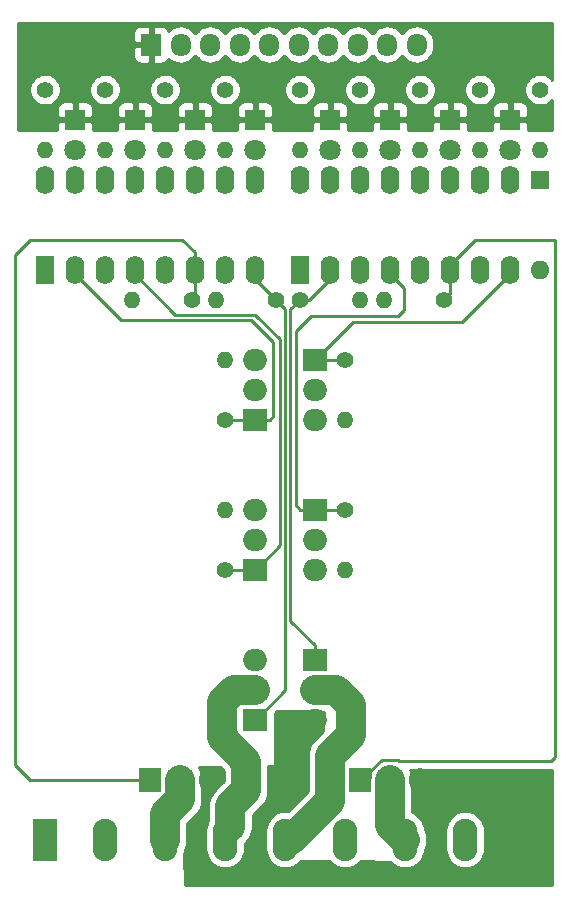
<source format=gbr>
G04 #@! TF.GenerationSoftware,KiCad,Pcbnew,5.0.0*
G04 #@! TF.CreationDate,2018-10-18T22:04:33+02:00*
G04 #@! TF.ProjectId,module_8x_100VDC_16A_out,6D6F64756C655F38785F313030564443,rev?*
G04 #@! TF.SameCoordinates,Original*
G04 #@! TF.FileFunction,Copper,L1,Top,Signal*
G04 #@! TF.FilePolarity,Positive*
%FSLAX46Y46*%
G04 Gerber Fmt 4.6, Leading zero omitted, Abs format (unit mm)*
G04 Created by KiCad (PCBNEW 5.0.0) date Thu Oct 18 22:04:33 2018*
%MOMM*%
%LPD*%
G01*
G04 APERTURE LIST*
G04 #@! TA.AperFunction,ComponentPad*
%ADD10R,1.800000X1.800000*%
G04 #@! TD*
G04 #@! TA.AperFunction,ComponentPad*
%ADD11C,1.800000*%
G04 #@! TD*
G04 #@! TA.AperFunction,ComponentPad*
%ADD12R,1.600000X1.600000*%
G04 #@! TD*
G04 #@! TA.AperFunction,ComponentPad*
%ADD13O,1.600000X1.600000*%
G04 #@! TD*
G04 #@! TA.AperFunction,ComponentPad*
%ADD14R,1.700000X1.950000*%
G04 #@! TD*
G04 #@! TA.AperFunction,ComponentPad*
%ADD15O,1.700000X1.950000*%
G04 #@! TD*
G04 #@! TA.AperFunction,ComponentPad*
%ADD16R,2.080000X3.600000*%
G04 #@! TD*
G04 #@! TA.AperFunction,ComponentPad*
%ADD17O,2.080000X3.600000*%
G04 #@! TD*
G04 #@! TA.AperFunction,ComponentPad*
%ADD18C,1.400000*%
G04 #@! TD*
G04 #@! TA.AperFunction,ComponentPad*
%ADD19O,1.400000X1.400000*%
G04 #@! TD*
G04 #@! TA.AperFunction,ComponentPad*
%ADD20R,1.600000X2.400000*%
G04 #@! TD*
G04 #@! TA.AperFunction,ComponentPad*
%ADD21O,1.600000X2.400000*%
G04 #@! TD*
G04 #@! TA.AperFunction,ComponentPad*
%ADD22R,1.905000X2.000000*%
G04 #@! TD*
G04 #@! TA.AperFunction,ComponentPad*
%ADD23O,1.905000X2.000000*%
G04 #@! TD*
G04 #@! TA.AperFunction,ComponentPad*
%ADD24R,2.000000X1.905000*%
G04 #@! TD*
G04 #@! TA.AperFunction,ComponentPad*
%ADD25O,2.000000X1.905000*%
G04 #@! TD*
G04 #@! TA.AperFunction,Conductor*
%ADD26C,2.500000*%
G04 #@! TD*
G04 #@! TA.AperFunction,Conductor*
%ADD27C,2.000000*%
G04 #@! TD*
G04 #@! TA.AperFunction,Conductor*
%ADD28C,0.250000*%
G04 #@! TD*
G04 #@! TA.AperFunction,Conductor*
%ADD29C,0.254000*%
G04 #@! TD*
G04 APERTURE END LIST*
D10*
G04 #@! TO.P,D1,1*
G04 #@! TO.N,/GNDD*
X68580000Y-120650000D03*
D11*
G04 #@! TO.P,D1,2*
G04 #@! TO.N,Net-(D1-Pad2)*
X68580000Y-123190000D03*
G04 #@! TD*
D10*
G04 #@! TO.P,D2,1*
G04 #@! TO.N,/GNDD*
X73660000Y-120650000D03*
D11*
G04 #@! TO.P,D2,2*
G04 #@! TO.N,Net-(D2-Pad2)*
X73660000Y-123190000D03*
G04 #@! TD*
G04 #@! TO.P,D3,2*
G04 #@! TO.N,Net-(D3-Pad2)*
X78740000Y-123190000D03*
D10*
G04 #@! TO.P,D3,1*
G04 #@! TO.N,/GNDD*
X78740000Y-120650000D03*
G04 #@! TD*
G04 #@! TO.P,D4,1*
G04 #@! TO.N,/GNDD*
X83820000Y-120650000D03*
D11*
G04 #@! TO.P,D4,2*
G04 #@! TO.N,Net-(D4-Pad2)*
X83820000Y-123190000D03*
G04 #@! TD*
G04 #@! TO.P,D5,2*
G04 #@! TO.N,Net-(D5-Pad2)*
X90170000Y-123190000D03*
D10*
G04 #@! TO.P,D5,1*
G04 #@! TO.N,/GNDD*
X90170000Y-120650000D03*
G04 #@! TD*
G04 #@! TO.P,D6,1*
G04 #@! TO.N,/GNDD*
X95250000Y-120650000D03*
D11*
G04 #@! TO.P,D6,2*
G04 #@! TO.N,Net-(D6-Pad2)*
X95250000Y-123190000D03*
G04 #@! TD*
G04 #@! TO.P,D7,2*
G04 #@! TO.N,Net-(D7-Pad2)*
X100330000Y-123190000D03*
D10*
G04 #@! TO.P,D7,1*
G04 #@! TO.N,/GNDD*
X100330000Y-120650000D03*
G04 #@! TD*
D11*
G04 #@! TO.P,D8,2*
G04 #@! TO.N,Net-(D8-Pad2)*
X105410000Y-123190000D03*
D10*
G04 #@! TO.P,D8,1*
G04 #@! TO.N,/GNDD*
X105410000Y-120650000D03*
G04 #@! TD*
D12*
G04 #@! TO.P,D9,1*
G04 #@! TO.N,/+9V*
X107950000Y-125730000D03*
D13*
G04 #@! TO.P,D9,2*
G04 #@! TO.N,/PWR_GND*
X107950000Y-133350000D03*
G04 #@! TD*
D14*
G04 #@! TO.P,J1,1*
G04 #@! TO.N,/GNDD*
X75010000Y-114300000D03*
D15*
G04 #@! TO.P,J1,2*
G04 #@! TO.N,/GPB0*
X77510000Y-114300000D03*
G04 #@! TO.P,J1,3*
G04 #@! TO.N,/GPB1*
X80010000Y-114300000D03*
G04 #@! TO.P,J1,4*
G04 #@! TO.N,/GPB2*
X82510000Y-114300000D03*
G04 #@! TO.P,J1,5*
G04 #@! TO.N,/GPB3*
X85010000Y-114300000D03*
G04 #@! TO.P,J1,6*
G04 #@! TO.N,/GPB4*
X87510000Y-114300000D03*
G04 #@! TO.P,J1,7*
G04 #@! TO.N,/GPB5*
X90010000Y-114300000D03*
G04 #@! TO.P,J1,8*
G04 #@! TO.N,/GPB6*
X92510000Y-114300000D03*
G04 #@! TO.P,J1,9*
G04 #@! TO.N,/GPB7*
X95010000Y-114300000D03*
G04 #@! TO.P,J1,10*
G04 #@! TO.N,/+24V*
X97510000Y-114300000D03*
G04 #@! TD*
D16*
G04 #@! TO.P,J2,1*
G04 #@! TO.N,/out0*
X66040000Y-181610000D03*
D17*
G04 #@! TO.P,J2,2*
G04 #@! TO.N,/out1*
X71120000Y-181610000D03*
G04 #@! TO.P,J2,3*
G04 #@! TO.N,/out2*
X76200000Y-181610000D03*
G04 #@! TO.P,J2,4*
G04 #@! TO.N,/out3*
X81280000Y-181610000D03*
G04 #@! TO.P,J2,5*
G04 #@! TO.N,/out4*
X86360000Y-181610000D03*
G04 #@! TO.P,J2,6*
G04 #@! TO.N,/out5*
X91440000Y-181610000D03*
G04 #@! TO.P,J2,7*
G04 #@! TO.N,/out6*
X96520000Y-181610000D03*
G04 #@! TO.P,J2,8*
G04 #@! TO.N,/out7*
X101600000Y-181610000D03*
G04 #@! TO.P,J2,9*
G04 #@! TO.N,/PWR_GND*
X106680000Y-181610000D03*
G04 #@! TD*
D18*
G04 #@! TO.P,R1,1*
G04 #@! TO.N,/GPB0*
X66040000Y-118110000D03*
D19*
G04 #@! TO.P,R1,2*
G04 #@! TO.N,Net-(R1-Pad2)*
X66040000Y-123190000D03*
G04 #@! TD*
G04 #@! TO.P,R2,2*
G04 #@! TO.N,Net-(R2-Pad2)*
X71120000Y-123190000D03*
D18*
G04 #@! TO.P,R2,1*
G04 #@! TO.N,/GPB1*
X71120000Y-118110000D03*
G04 #@! TD*
D19*
G04 #@! TO.P,R3,2*
G04 #@! TO.N,Net-(R3-Pad2)*
X76200000Y-123190000D03*
D18*
G04 #@! TO.P,R3,1*
G04 #@! TO.N,/GPB2*
X76200000Y-118110000D03*
G04 #@! TD*
D19*
G04 #@! TO.P,R4,2*
G04 #@! TO.N,Net-(R4-Pad2)*
X81280000Y-123190000D03*
D18*
G04 #@! TO.P,R4,1*
G04 #@! TO.N,/GPB3*
X81280000Y-118110000D03*
G04 #@! TD*
G04 #@! TO.P,R5,1*
G04 #@! TO.N,/GPB4*
X87630000Y-118110000D03*
D19*
G04 #@! TO.P,R5,2*
G04 #@! TO.N,Net-(R5-Pad2)*
X87630000Y-123190000D03*
G04 #@! TD*
D18*
G04 #@! TO.P,R6,1*
G04 #@! TO.N,/GPB5*
X92710000Y-118110000D03*
D19*
G04 #@! TO.P,R6,2*
G04 #@! TO.N,Net-(R6-Pad2)*
X92710000Y-123190000D03*
G04 #@! TD*
G04 #@! TO.P,R7,2*
G04 #@! TO.N,Net-(R7-Pad2)*
X97790000Y-123190000D03*
D18*
G04 #@! TO.P,R7,1*
G04 #@! TO.N,/GPB6*
X97790000Y-118110000D03*
G04 #@! TD*
D19*
G04 #@! TO.P,R8,2*
G04 #@! TO.N,Net-(R8-Pad2)*
X102870000Y-123190000D03*
D18*
G04 #@! TO.P,R8,1*
G04 #@! TO.N,/GPB7*
X102870000Y-118110000D03*
G04 #@! TD*
D19*
G04 #@! TO.P,R9,2*
G04 #@! TO.N,/+9V*
X107950000Y-123190000D03*
D18*
G04 #@! TO.P,R9,1*
G04 #@! TO.N,/+24V*
X107950000Y-118110000D03*
G04 #@! TD*
G04 #@! TO.P,R10,1*
G04 #@! TO.N,Net-(Q1-Pad1)*
X81280000Y-146050000D03*
D19*
G04 #@! TO.P,R10,2*
G04 #@! TO.N,/PWR_GND*
X81280000Y-140970000D03*
G04 #@! TD*
D18*
G04 #@! TO.P,R11,1*
G04 #@! TO.N,Net-(Q2-Pad1)*
X81280000Y-158750000D03*
D19*
G04 #@! TO.P,R11,2*
G04 #@! TO.N,/PWR_GND*
X81280000Y-153670000D03*
G04 #@! TD*
D18*
G04 #@! TO.P,R12,1*
G04 #@! TO.N,Net-(Q3-Pad1)*
X78486000Y-135890000D03*
D19*
G04 #@! TO.P,R12,2*
G04 #@! TO.N,/PWR_GND*
X73406000Y-135890000D03*
G04 #@! TD*
D18*
G04 #@! TO.P,R13,1*
G04 #@! TO.N,Net-(Q4-Pad1)*
X85598000Y-135890000D03*
D19*
G04 #@! TO.P,R13,2*
G04 #@! TO.N,/PWR_GND*
X80518000Y-135890000D03*
G04 #@! TD*
G04 #@! TO.P,R14,2*
G04 #@! TO.N,/PWR_GND*
X92710000Y-135890000D03*
D18*
G04 #@! TO.P,R14,1*
G04 #@! TO.N,Net-(Q5-Pad1)*
X87630000Y-135890000D03*
G04 #@! TD*
D19*
G04 #@! TO.P,R15,2*
G04 #@! TO.N,/PWR_GND*
X91440000Y-158750000D03*
D18*
G04 #@! TO.P,R15,1*
G04 #@! TO.N,Net-(Q6-Pad1)*
X91440000Y-153670000D03*
G04 #@! TD*
G04 #@! TO.P,R16,1*
G04 #@! TO.N,Net-(Q7-Pad1)*
X99822000Y-135890000D03*
D19*
G04 #@! TO.P,R16,2*
G04 #@! TO.N,/PWR_GND*
X94742000Y-135890000D03*
G04 #@! TD*
D18*
G04 #@! TO.P,R17,1*
G04 #@! TO.N,Net-(Q8-Pad1)*
X91440000Y-140970000D03*
D19*
G04 #@! TO.P,R17,2*
G04 #@! TO.N,/PWR_GND*
X91440000Y-146050000D03*
G04 #@! TD*
D20*
G04 #@! TO.P,U1,1*
G04 #@! TO.N,/+9V*
X66040000Y-133350000D03*
D21*
G04 #@! TO.P,U1,9*
G04 #@! TO.N,Net-(D4-Pad2)*
X83820000Y-125730000D03*
G04 #@! TO.P,U1,2*
G04 #@! TO.N,Net-(Q1-Pad1)*
X68580000Y-133350000D03*
G04 #@! TO.P,U1,10*
G04 #@! TO.N,Net-(R4-Pad2)*
X81280000Y-125730000D03*
G04 #@! TO.P,U1,3*
G04 #@! TO.N,/+9V*
X71120000Y-133350000D03*
G04 #@! TO.P,U1,11*
G04 #@! TO.N,Net-(D3-Pad2)*
X78740000Y-125730000D03*
G04 #@! TO.P,U1,4*
G04 #@! TO.N,Net-(Q2-Pad1)*
X73660000Y-133350000D03*
G04 #@! TO.P,U1,12*
G04 #@! TO.N,Net-(R3-Pad2)*
X76200000Y-125730000D03*
G04 #@! TO.P,U1,5*
G04 #@! TO.N,/+9V*
X76200000Y-133350000D03*
G04 #@! TO.P,U1,13*
G04 #@! TO.N,Net-(D2-Pad2)*
X73660000Y-125730000D03*
G04 #@! TO.P,U1,6*
G04 #@! TO.N,Net-(Q3-Pad1)*
X78740000Y-133350000D03*
G04 #@! TO.P,U1,14*
G04 #@! TO.N,Net-(R2-Pad2)*
X71120000Y-125730000D03*
G04 #@! TO.P,U1,7*
G04 #@! TO.N,/+9V*
X81280000Y-133350000D03*
G04 #@! TO.P,U1,15*
G04 #@! TO.N,Net-(D1-Pad2)*
X68580000Y-125730000D03*
G04 #@! TO.P,U1,8*
G04 #@! TO.N,Net-(Q4-Pad1)*
X83820000Y-133350000D03*
G04 #@! TO.P,U1,16*
G04 #@! TO.N,Net-(R1-Pad2)*
X66040000Y-125730000D03*
G04 #@! TD*
G04 #@! TO.P,U2,16*
G04 #@! TO.N,Net-(R5-Pad2)*
X87630000Y-125730000D03*
G04 #@! TO.P,U2,8*
G04 #@! TO.N,Net-(Q8-Pad1)*
X105410000Y-133350000D03*
G04 #@! TO.P,U2,15*
G04 #@! TO.N,Net-(D5-Pad2)*
X90170000Y-125730000D03*
G04 #@! TO.P,U2,7*
G04 #@! TO.N,/+9V*
X102870000Y-133350000D03*
G04 #@! TO.P,U2,14*
G04 #@! TO.N,Net-(R6-Pad2)*
X92710000Y-125730000D03*
G04 #@! TO.P,U2,6*
G04 #@! TO.N,Net-(Q7-Pad1)*
X100330000Y-133350000D03*
G04 #@! TO.P,U2,13*
G04 #@! TO.N,Net-(D6-Pad2)*
X95250000Y-125730000D03*
G04 #@! TO.P,U2,5*
G04 #@! TO.N,/+9V*
X97790000Y-133350000D03*
G04 #@! TO.P,U2,12*
G04 #@! TO.N,Net-(R7-Pad2)*
X97790000Y-125730000D03*
G04 #@! TO.P,U2,4*
G04 #@! TO.N,Net-(Q6-Pad1)*
X95250000Y-133350000D03*
G04 #@! TO.P,U2,11*
G04 #@! TO.N,Net-(D7-Pad2)*
X100330000Y-125730000D03*
G04 #@! TO.P,U2,3*
G04 #@! TO.N,/+9V*
X92710000Y-133350000D03*
G04 #@! TO.P,U2,10*
G04 #@! TO.N,Net-(R8-Pad2)*
X102870000Y-125730000D03*
G04 #@! TO.P,U2,2*
G04 #@! TO.N,Net-(Q5-Pad1)*
X90170000Y-133350000D03*
G04 #@! TO.P,U2,9*
G04 #@! TO.N,Net-(D8-Pad2)*
X105410000Y-125730000D03*
D20*
G04 #@! TO.P,U2,1*
G04 #@! TO.N,/+9V*
X87630000Y-133350000D03*
G04 #@! TD*
D22*
G04 #@! TO.P,Q3,1*
G04 #@! TO.N,Net-(Q3-Pad1)*
X74930000Y-176530000D03*
D23*
G04 #@! TO.P,Q3,2*
G04 #@! TO.N,/out2*
X77470000Y-176530000D03*
G04 #@! TO.P,Q3,3*
G04 #@! TO.N,/PWR_GND*
X80010000Y-176530000D03*
G04 #@! TD*
D24*
G04 #@! TO.P,Q4,1*
G04 #@! TO.N,Net-(Q4-Pad1)*
X83820000Y-171450000D03*
D25*
G04 #@! TO.P,Q4,2*
G04 #@! TO.N,/out3*
X83820000Y-168910000D03*
G04 #@! TO.P,Q4,3*
G04 #@! TO.N,/PWR_GND*
X83820000Y-166370000D03*
G04 #@! TD*
G04 #@! TO.P,Q2,3*
G04 #@! TO.N,/PWR_GND*
X83820000Y-153670000D03*
G04 #@! TO.P,Q2,2*
G04 #@! TO.N,/out1*
X83820000Y-156210000D03*
D24*
G04 #@! TO.P,Q2,1*
G04 #@! TO.N,Net-(Q2-Pad1)*
X83820000Y-158750000D03*
G04 #@! TD*
G04 #@! TO.P,Q5,1*
G04 #@! TO.N,Net-(Q5-Pad1)*
X88900000Y-166370000D03*
D25*
G04 #@! TO.P,Q5,2*
G04 #@! TO.N,/out4*
X88900000Y-168910000D03*
G04 #@! TO.P,Q5,3*
G04 #@! TO.N,/PWR_GND*
X88900000Y-171450000D03*
G04 #@! TD*
G04 #@! TO.P,Q1,3*
G04 #@! TO.N,/PWR_GND*
X83820000Y-140970000D03*
G04 #@! TO.P,Q1,2*
G04 #@! TO.N,/out0*
X83820000Y-143510000D03*
D24*
G04 #@! TO.P,Q1,1*
G04 #@! TO.N,Net-(Q1-Pad1)*
X83820000Y-146050000D03*
G04 #@! TD*
G04 #@! TO.P,Q6,1*
G04 #@! TO.N,Net-(Q6-Pad1)*
X88900000Y-153670000D03*
D25*
G04 #@! TO.P,Q6,2*
G04 #@! TO.N,/out5*
X88900000Y-156210000D03*
G04 #@! TO.P,Q6,3*
G04 #@! TO.N,/PWR_GND*
X88900000Y-158750000D03*
G04 #@! TD*
D22*
G04 #@! TO.P,Q7,1*
G04 #@! TO.N,Net-(Q7-Pad1)*
X92710000Y-176530000D03*
D23*
G04 #@! TO.P,Q7,2*
G04 #@! TO.N,/out6*
X95250000Y-176530000D03*
G04 #@! TO.P,Q7,3*
G04 #@! TO.N,/PWR_GND*
X97790000Y-176530000D03*
G04 #@! TD*
D24*
G04 #@! TO.P,Q8,1*
G04 #@! TO.N,Net-(Q8-Pad1)*
X88900000Y-140970000D03*
D25*
G04 #@! TO.P,Q8,2*
G04 #@! TO.N,/out7*
X88900000Y-143510000D03*
G04 #@! TO.P,Q8,3*
G04 #@! TO.N,/PWR_GND*
X88900000Y-146050000D03*
G04 #@! TD*
D26*
G04 #@! TO.N,/out2*
X77470000Y-176530000D02*
X77470000Y-178181000D01*
X76200000Y-179451000D02*
X76200000Y-181610000D01*
X77470000Y-178181000D02*
X76200000Y-179451000D01*
G04 #@! TO.N,/out3*
X83058000Y-177440847D02*
X81732523Y-178766324D01*
D27*
X81732523Y-180512549D02*
X81280000Y-180965072D01*
X81280000Y-180965072D02*
X81280000Y-181610000D01*
D26*
X81005152Y-169946848D02*
X81005152Y-172953152D01*
X81005152Y-172953152D02*
X83058000Y-175006000D01*
X83820000Y-168910000D02*
X82042000Y-168910000D01*
X81732523Y-178766324D02*
X81732523Y-180512549D01*
X82042000Y-168910000D02*
X81005152Y-169946848D01*
X83058000Y-175006000D02*
X83058000Y-177440847D01*
D27*
G04 #@! TO.N,/out4*
X86868000Y-181610000D02*
X86360000Y-181610000D01*
D26*
X90678000Y-168910000D02*
X91948000Y-170180000D01*
X90170000Y-178308000D02*
X86868000Y-181610000D01*
X88900000Y-168910000D02*
X90678000Y-168910000D01*
X91948000Y-172729498D02*
X90170000Y-174507498D01*
X91948000Y-170180000D02*
X91948000Y-172729498D01*
X90170000Y-174507498D02*
X90170000Y-178308000D01*
G04 #@! TO.N,/out6*
X95250000Y-176530000D02*
X95250000Y-180340000D01*
X95250000Y-180340000D02*
X96520000Y-181610000D01*
D28*
G04 #@! TO.N,Net-(Q1-Pad1)*
X83820000Y-146050000D02*
X81280000Y-146050000D01*
X83820000Y-146050000D02*
X83867500Y-146050000D01*
X68580000Y-133750000D02*
X68580000Y-133350000D01*
X85070000Y-146050000D02*
X85344000Y-145776000D01*
X83820000Y-146050000D02*
X85070000Y-146050000D01*
X85344000Y-139446000D02*
X83508010Y-137610010D01*
X85344000Y-145776000D02*
X85344000Y-139446000D01*
X83508010Y-137610010D02*
X72440010Y-137610010D01*
X72440010Y-137610010D02*
X68580000Y-133750000D01*
G04 #@! TO.N,Net-(Q2-Pad1)*
X83820000Y-158750000D02*
X81280000Y-158750000D01*
X73660000Y-133750000D02*
X73660000Y-133350000D01*
X83867500Y-158750000D02*
X85909990Y-156707510D01*
X83820000Y-137160000D02*
X77070000Y-137160000D01*
X83820000Y-158750000D02*
X83867500Y-158750000D01*
X85909990Y-156707510D02*
X85909990Y-139249990D01*
X85909990Y-139249990D02*
X83820000Y-137160000D01*
X77070000Y-137160000D02*
X73660000Y-133750000D01*
G04 #@! TO.N,Net-(Q3-Pad1)*
X74930000Y-176530000D02*
X64770000Y-176530000D01*
X64770000Y-176530000D02*
X63500000Y-175260000D01*
X63500000Y-175260000D02*
X63500000Y-132080000D01*
X63500000Y-132080000D02*
X64770000Y-130810000D01*
X77650000Y-130810000D02*
X78740000Y-131900000D01*
X64770000Y-130810000D02*
X77650000Y-130810000D01*
X78740000Y-131900000D02*
X78740000Y-133350000D01*
X78740000Y-133350000D02*
X78740000Y-135890000D01*
G04 #@! TO.N,Net-(Q4-Pad1)*
X83820000Y-134112000D02*
X83820000Y-133350000D01*
X86360000Y-136652000D02*
X83820000Y-134112000D01*
X86360000Y-168957500D02*
X86360000Y-136652000D01*
X83820000Y-171450000D02*
X83867500Y-171450000D01*
X83867500Y-171450000D02*
X86360000Y-168957500D01*
G04 #@! TO.N,Net-(Q5-Pad1)*
X88900000Y-165167500D02*
X88900000Y-166370000D01*
X86810010Y-163077510D02*
X88900000Y-165167500D01*
X87630000Y-135890000D02*
X86810010Y-136709990D01*
X86810010Y-136709990D02*
X86810010Y-163077510D01*
X88392000Y-135890000D02*
X87630000Y-135890000D01*
X90170000Y-133350000D02*
X90170000Y-134112000D01*
X90170000Y-134112000D02*
X88392000Y-135890000D01*
G04 #@! TO.N,Net-(Q6-Pad1)*
X91440000Y-153670000D02*
X88900000Y-153670000D01*
X95250000Y-133750000D02*
X95250000Y-133350000D01*
X96393000Y-134893000D02*
X95250000Y-133750000D01*
X88900000Y-153670000D02*
X87650000Y-153670000D01*
X96393000Y-136779000D02*
X96393000Y-134893000D01*
X88519000Y-137287000D02*
X95885000Y-137287000D01*
X87650000Y-153670000D02*
X87260020Y-153280020D01*
X87260020Y-153280020D02*
X87260020Y-138545980D01*
X87260020Y-138545980D02*
X88519000Y-137287000D01*
X95885000Y-137287000D02*
X96393000Y-136779000D01*
G04 #@! TO.N,Net-(Q7-Pad1)*
X100330000Y-135382000D02*
X99822000Y-135890000D01*
X100330000Y-133350000D02*
X100330000Y-135382000D01*
X109220000Y-130810000D02*
X102470000Y-130810000D01*
X109220000Y-174649980D02*
X109220000Y-130810000D01*
X108914990Y-174954990D02*
X109220000Y-174649980D01*
X96043811Y-174954990D02*
X108914990Y-174954990D01*
X93345000Y-176530000D02*
X93574990Y-176300010D01*
X100330000Y-132950000D02*
X100330000Y-133350000D01*
X92710000Y-176530000D02*
X93345000Y-176530000D01*
X93574990Y-176300010D02*
X93574990Y-175836189D01*
X102470000Y-130810000D02*
X100330000Y-132950000D01*
X94556189Y-174854990D02*
X95943811Y-174854990D01*
X93574990Y-175836189D02*
X94556189Y-174854990D01*
X95943811Y-174854990D02*
X96043811Y-174954990D01*
G04 #@! TO.N,Net-(Q8-Pad1)*
X88900000Y-140970000D02*
X91440000Y-140970000D01*
X91440000Y-138430000D02*
X88900000Y-140970000D01*
X101365000Y-137795000D02*
X92075000Y-137795000D01*
X92075000Y-137795000D02*
X91440000Y-138430000D01*
X105410000Y-133350000D02*
X105410000Y-133750000D01*
X105410000Y-133750000D02*
X101365000Y-137795000D01*
G04 #@! TD*
D29*
G04 #@! TO.N,/GNDD*
G36*
X108993001Y-117268025D02*
X108986962Y-117258987D01*
X108801013Y-117073038D01*
X108582359Y-116926939D01*
X108339405Y-116826304D01*
X108081486Y-116775000D01*
X107818514Y-116775000D01*
X107560595Y-116826304D01*
X107317641Y-116926939D01*
X107098987Y-117073038D01*
X106913038Y-117258987D01*
X106766939Y-117477641D01*
X106666304Y-117720595D01*
X106615000Y-117978514D01*
X106615000Y-118241486D01*
X106666304Y-118499405D01*
X106766939Y-118742359D01*
X106913038Y-118961013D01*
X107098987Y-119146962D01*
X107317641Y-119293061D01*
X107560595Y-119393696D01*
X107818514Y-119445000D01*
X108081486Y-119445000D01*
X108339405Y-119393696D01*
X108582359Y-119293061D01*
X108801013Y-119146962D01*
X108986962Y-118961013D01*
X108993001Y-118951975D01*
X108993001Y-121539000D01*
X106945000Y-121539000D01*
X106945000Y-120935750D01*
X106786250Y-120777000D01*
X105537000Y-120777000D01*
X105537000Y-120797000D01*
X105283000Y-120797000D01*
X105283000Y-120777000D01*
X104033750Y-120777000D01*
X103875000Y-120935750D01*
X103875000Y-121539000D01*
X101865000Y-121539000D01*
X101865000Y-120935750D01*
X101706250Y-120777000D01*
X100457000Y-120777000D01*
X100457000Y-120797000D01*
X100203000Y-120797000D01*
X100203000Y-120777000D01*
X98953750Y-120777000D01*
X98795000Y-120935750D01*
X98795000Y-121539000D01*
X96785000Y-121539000D01*
X96785000Y-120935750D01*
X96626250Y-120777000D01*
X95377000Y-120777000D01*
X95377000Y-120797000D01*
X95123000Y-120797000D01*
X95123000Y-120777000D01*
X93873750Y-120777000D01*
X93715000Y-120935750D01*
X93715000Y-121539000D01*
X91705000Y-121539000D01*
X91705000Y-120935750D01*
X91546250Y-120777000D01*
X90297000Y-120777000D01*
X90297000Y-120797000D01*
X90043000Y-120797000D01*
X90043000Y-120777000D01*
X88793750Y-120777000D01*
X88635000Y-120935750D01*
X88635000Y-121539000D01*
X85355000Y-121539000D01*
X85355000Y-120935750D01*
X85196250Y-120777000D01*
X83947000Y-120777000D01*
X83947000Y-120797000D01*
X83693000Y-120797000D01*
X83693000Y-120777000D01*
X82443750Y-120777000D01*
X82285000Y-120935750D01*
X82285000Y-121539000D01*
X80275000Y-121539000D01*
X80275000Y-120935750D01*
X80116250Y-120777000D01*
X78867000Y-120777000D01*
X78867000Y-120797000D01*
X78613000Y-120797000D01*
X78613000Y-120777000D01*
X77363750Y-120777000D01*
X77205000Y-120935750D01*
X77205000Y-121539000D01*
X75195000Y-121539000D01*
X75195000Y-120935750D01*
X75036250Y-120777000D01*
X73787000Y-120777000D01*
X73787000Y-120797000D01*
X73533000Y-120797000D01*
X73533000Y-120777000D01*
X72283750Y-120777000D01*
X72125000Y-120935750D01*
X72125000Y-121539000D01*
X70115000Y-121539000D01*
X70115000Y-120935750D01*
X69956250Y-120777000D01*
X68707000Y-120777000D01*
X68707000Y-120797000D01*
X68453000Y-120797000D01*
X68453000Y-120777000D01*
X67203750Y-120777000D01*
X67045000Y-120935750D01*
X67045000Y-121539000D01*
X63727000Y-121539000D01*
X63727000Y-119687458D01*
X67045000Y-119687458D01*
X67045000Y-120364250D01*
X67203750Y-120523000D01*
X68453000Y-120523000D01*
X68453000Y-119273750D01*
X68707000Y-119273750D01*
X68707000Y-120523000D01*
X69956250Y-120523000D01*
X70115000Y-120364250D01*
X70115000Y-119687458D01*
X72125000Y-119687458D01*
X72125000Y-120364250D01*
X72283750Y-120523000D01*
X73533000Y-120523000D01*
X73533000Y-119273750D01*
X73787000Y-119273750D01*
X73787000Y-120523000D01*
X75036250Y-120523000D01*
X75195000Y-120364250D01*
X75195000Y-119687458D01*
X77205000Y-119687458D01*
X77205000Y-120364250D01*
X77363750Y-120523000D01*
X78613000Y-120523000D01*
X78613000Y-119273750D01*
X78867000Y-119273750D01*
X78867000Y-120523000D01*
X80116250Y-120523000D01*
X80275000Y-120364250D01*
X80275000Y-119687458D01*
X82285000Y-119687458D01*
X82285000Y-120364250D01*
X82443750Y-120523000D01*
X83693000Y-120523000D01*
X83693000Y-119273750D01*
X83947000Y-119273750D01*
X83947000Y-120523000D01*
X85196250Y-120523000D01*
X85355000Y-120364250D01*
X85355000Y-119687458D01*
X88635000Y-119687458D01*
X88635000Y-120364250D01*
X88793750Y-120523000D01*
X90043000Y-120523000D01*
X90043000Y-119273750D01*
X90297000Y-119273750D01*
X90297000Y-120523000D01*
X91546250Y-120523000D01*
X91705000Y-120364250D01*
X91705000Y-119687458D01*
X93715000Y-119687458D01*
X93715000Y-120364250D01*
X93873750Y-120523000D01*
X95123000Y-120523000D01*
X95123000Y-119273750D01*
X95377000Y-119273750D01*
X95377000Y-120523000D01*
X96626250Y-120523000D01*
X96785000Y-120364250D01*
X96785000Y-119687458D01*
X98795000Y-119687458D01*
X98795000Y-120364250D01*
X98953750Y-120523000D01*
X100203000Y-120523000D01*
X100203000Y-119273750D01*
X100457000Y-119273750D01*
X100457000Y-120523000D01*
X101706250Y-120523000D01*
X101865000Y-120364250D01*
X101865000Y-119687458D01*
X103875000Y-119687458D01*
X103875000Y-120364250D01*
X104033750Y-120523000D01*
X105283000Y-120523000D01*
X105283000Y-119273750D01*
X105537000Y-119273750D01*
X105537000Y-120523000D01*
X106786250Y-120523000D01*
X106945000Y-120364250D01*
X106945000Y-119687458D01*
X106920597Y-119564777D01*
X106872730Y-119449215D01*
X106803237Y-119345211D01*
X106714789Y-119256763D01*
X106610785Y-119187270D01*
X106495223Y-119139403D01*
X106372542Y-119115000D01*
X105695750Y-119115000D01*
X105537000Y-119273750D01*
X105283000Y-119273750D01*
X105124250Y-119115000D01*
X104447458Y-119115000D01*
X104324777Y-119139403D01*
X104209215Y-119187270D01*
X104105211Y-119256763D01*
X104016763Y-119345211D01*
X103947270Y-119449215D01*
X103899403Y-119564777D01*
X103875000Y-119687458D01*
X101865000Y-119687458D01*
X101840597Y-119564777D01*
X101792730Y-119449215D01*
X101723237Y-119345211D01*
X101634789Y-119256763D01*
X101530785Y-119187270D01*
X101415223Y-119139403D01*
X101292542Y-119115000D01*
X100615750Y-119115000D01*
X100457000Y-119273750D01*
X100203000Y-119273750D01*
X100044250Y-119115000D01*
X99367458Y-119115000D01*
X99244777Y-119139403D01*
X99129215Y-119187270D01*
X99025211Y-119256763D01*
X98936763Y-119345211D01*
X98867270Y-119449215D01*
X98819403Y-119564777D01*
X98795000Y-119687458D01*
X96785000Y-119687458D01*
X96760597Y-119564777D01*
X96712730Y-119449215D01*
X96643237Y-119345211D01*
X96554789Y-119256763D01*
X96450785Y-119187270D01*
X96335223Y-119139403D01*
X96212542Y-119115000D01*
X95535750Y-119115000D01*
X95377000Y-119273750D01*
X95123000Y-119273750D01*
X94964250Y-119115000D01*
X94287458Y-119115000D01*
X94164777Y-119139403D01*
X94049215Y-119187270D01*
X93945211Y-119256763D01*
X93856763Y-119345211D01*
X93787270Y-119449215D01*
X93739403Y-119564777D01*
X93715000Y-119687458D01*
X91705000Y-119687458D01*
X91680597Y-119564777D01*
X91632730Y-119449215D01*
X91563237Y-119345211D01*
X91474789Y-119256763D01*
X91370785Y-119187270D01*
X91255223Y-119139403D01*
X91132542Y-119115000D01*
X90455750Y-119115000D01*
X90297000Y-119273750D01*
X90043000Y-119273750D01*
X89884250Y-119115000D01*
X89207458Y-119115000D01*
X89084777Y-119139403D01*
X88969215Y-119187270D01*
X88865211Y-119256763D01*
X88776763Y-119345211D01*
X88707270Y-119449215D01*
X88659403Y-119564777D01*
X88635000Y-119687458D01*
X85355000Y-119687458D01*
X85330597Y-119564777D01*
X85282730Y-119449215D01*
X85213237Y-119345211D01*
X85124789Y-119256763D01*
X85020785Y-119187270D01*
X84905223Y-119139403D01*
X84782542Y-119115000D01*
X84105750Y-119115000D01*
X83947000Y-119273750D01*
X83693000Y-119273750D01*
X83534250Y-119115000D01*
X82857458Y-119115000D01*
X82734777Y-119139403D01*
X82619215Y-119187270D01*
X82515211Y-119256763D01*
X82426763Y-119345211D01*
X82357270Y-119449215D01*
X82309403Y-119564777D01*
X82285000Y-119687458D01*
X80275000Y-119687458D01*
X80250597Y-119564777D01*
X80202730Y-119449215D01*
X80133237Y-119345211D01*
X80044789Y-119256763D01*
X79940785Y-119187270D01*
X79825223Y-119139403D01*
X79702542Y-119115000D01*
X79025750Y-119115000D01*
X78867000Y-119273750D01*
X78613000Y-119273750D01*
X78454250Y-119115000D01*
X77777458Y-119115000D01*
X77654777Y-119139403D01*
X77539215Y-119187270D01*
X77435211Y-119256763D01*
X77346763Y-119345211D01*
X77277270Y-119449215D01*
X77229403Y-119564777D01*
X77205000Y-119687458D01*
X75195000Y-119687458D01*
X75170597Y-119564777D01*
X75122730Y-119449215D01*
X75053237Y-119345211D01*
X74964789Y-119256763D01*
X74860785Y-119187270D01*
X74745223Y-119139403D01*
X74622542Y-119115000D01*
X73945750Y-119115000D01*
X73787000Y-119273750D01*
X73533000Y-119273750D01*
X73374250Y-119115000D01*
X72697458Y-119115000D01*
X72574777Y-119139403D01*
X72459215Y-119187270D01*
X72355211Y-119256763D01*
X72266763Y-119345211D01*
X72197270Y-119449215D01*
X72149403Y-119564777D01*
X72125000Y-119687458D01*
X70115000Y-119687458D01*
X70090597Y-119564777D01*
X70042730Y-119449215D01*
X69973237Y-119345211D01*
X69884789Y-119256763D01*
X69780785Y-119187270D01*
X69665223Y-119139403D01*
X69542542Y-119115000D01*
X68865750Y-119115000D01*
X68707000Y-119273750D01*
X68453000Y-119273750D01*
X68294250Y-119115000D01*
X67617458Y-119115000D01*
X67494777Y-119139403D01*
X67379215Y-119187270D01*
X67275211Y-119256763D01*
X67186763Y-119345211D01*
X67117270Y-119449215D01*
X67069403Y-119564777D01*
X67045000Y-119687458D01*
X63727000Y-119687458D01*
X63727000Y-117978514D01*
X64705000Y-117978514D01*
X64705000Y-118241486D01*
X64756304Y-118499405D01*
X64856939Y-118742359D01*
X65003038Y-118961013D01*
X65188987Y-119146962D01*
X65407641Y-119293061D01*
X65650595Y-119393696D01*
X65908514Y-119445000D01*
X66171486Y-119445000D01*
X66429405Y-119393696D01*
X66672359Y-119293061D01*
X66891013Y-119146962D01*
X67076962Y-118961013D01*
X67223061Y-118742359D01*
X67323696Y-118499405D01*
X67375000Y-118241486D01*
X67375000Y-117978514D01*
X69785000Y-117978514D01*
X69785000Y-118241486D01*
X69836304Y-118499405D01*
X69936939Y-118742359D01*
X70083038Y-118961013D01*
X70268987Y-119146962D01*
X70487641Y-119293061D01*
X70730595Y-119393696D01*
X70988514Y-119445000D01*
X71251486Y-119445000D01*
X71509405Y-119393696D01*
X71752359Y-119293061D01*
X71971013Y-119146962D01*
X72156962Y-118961013D01*
X72303061Y-118742359D01*
X72403696Y-118499405D01*
X72455000Y-118241486D01*
X72455000Y-117978514D01*
X74865000Y-117978514D01*
X74865000Y-118241486D01*
X74916304Y-118499405D01*
X75016939Y-118742359D01*
X75163038Y-118961013D01*
X75348987Y-119146962D01*
X75567641Y-119293061D01*
X75810595Y-119393696D01*
X76068514Y-119445000D01*
X76331486Y-119445000D01*
X76589405Y-119393696D01*
X76832359Y-119293061D01*
X77051013Y-119146962D01*
X77236962Y-118961013D01*
X77383061Y-118742359D01*
X77483696Y-118499405D01*
X77535000Y-118241486D01*
X77535000Y-117978514D01*
X79945000Y-117978514D01*
X79945000Y-118241486D01*
X79996304Y-118499405D01*
X80096939Y-118742359D01*
X80243038Y-118961013D01*
X80428987Y-119146962D01*
X80647641Y-119293061D01*
X80890595Y-119393696D01*
X81148514Y-119445000D01*
X81411486Y-119445000D01*
X81669405Y-119393696D01*
X81912359Y-119293061D01*
X82131013Y-119146962D01*
X82316962Y-118961013D01*
X82463061Y-118742359D01*
X82563696Y-118499405D01*
X82615000Y-118241486D01*
X82615000Y-117978514D01*
X86295000Y-117978514D01*
X86295000Y-118241486D01*
X86346304Y-118499405D01*
X86446939Y-118742359D01*
X86593038Y-118961013D01*
X86778987Y-119146962D01*
X86997641Y-119293061D01*
X87240595Y-119393696D01*
X87498514Y-119445000D01*
X87761486Y-119445000D01*
X88019405Y-119393696D01*
X88262359Y-119293061D01*
X88481013Y-119146962D01*
X88666962Y-118961013D01*
X88813061Y-118742359D01*
X88913696Y-118499405D01*
X88965000Y-118241486D01*
X88965000Y-117978514D01*
X91375000Y-117978514D01*
X91375000Y-118241486D01*
X91426304Y-118499405D01*
X91526939Y-118742359D01*
X91673038Y-118961013D01*
X91858987Y-119146962D01*
X92077641Y-119293061D01*
X92320595Y-119393696D01*
X92578514Y-119445000D01*
X92841486Y-119445000D01*
X93099405Y-119393696D01*
X93342359Y-119293061D01*
X93561013Y-119146962D01*
X93746962Y-118961013D01*
X93893061Y-118742359D01*
X93993696Y-118499405D01*
X94045000Y-118241486D01*
X94045000Y-117978514D01*
X96455000Y-117978514D01*
X96455000Y-118241486D01*
X96506304Y-118499405D01*
X96606939Y-118742359D01*
X96753038Y-118961013D01*
X96938987Y-119146962D01*
X97157641Y-119293061D01*
X97400595Y-119393696D01*
X97658514Y-119445000D01*
X97921486Y-119445000D01*
X98179405Y-119393696D01*
X98422359Y-119293061D01*
X98641013Y-119146962D01*
X98826962Y-118961013D01*
X98973061Y-118742359D01*
X99073696Y-118499405D01*
X99125000Y-118241486D01*
X99125000Y-117978514D01*
X101535000Y-117978514D01*
X101535000Y-118241486D01*
X101586304Y-118499405D01*
X101686939Y-118742359D01*
X101833038Y-118961013D01*
X102018987Y-119146962D01*
X102237641Y-119293061D01*
X102480595Y-119393696D01*
X102738514Y-119445000D01*
X103001486Y-119445000D01*
X103259405Y-119393696D01*
X103502359Y-119293061D01*
X103721013Y-119146962D01*
X103906962Y-118961013D01*
X104053061Y-118742359D01*
X104153696Y-118499405D01*
X104205000Y-118241486D01*
X104205000Y-117978514D01*
X104153696Y-117720595D01*
X104053061Y-117477641D01*
X103906962Y-117258987D01*
X103721013Y-117073038D01*
X103502359Y-116926939D01*
X103259405Y-116826304D01*
X103001486Y-116775000D01*
X102738514Y-116775000D01*
X102480595Y-116826304D01*
X102237641Y-116926939D01*
X102018987Y-117073038D01*
X101833038Y-117258987D01*
X101686939Y-117477641D01*
X101586304Y-117720595D01*
X101535000Y-117978514D01*
X99125000Y-117978514D01*
X99073696Y-117720595D01*
X98973061Y-117477641D01*
X98826962Y-117258987D01*
X98641013Y-117073038D01*
X98422359Y-116926939D01*
X98179405Y-116826304D01*
X97921486Y-116775000D01*
X97658514Y-116775000D01*
X97400595Y-116826304D01*
X97157641Y-116926939D01*
X96938987Y-117073038D01*
X96753038Y-117258987D01*
X96606939Y-117477641D01*
X96506304Y-117720595D01*
X96455000Y-117978514D01*
X94045000Y-117978514D01*
X93993696Y-117720595D01*
X93893061Y-117477641D01*
X93746962Y-117258987D01*
X93561013Y-117073038D01*
X93342359Y-116926939D01*
X93099405Y-116826304D01*
X92841486Y-116775000D01*
X92578514Y-116775000D01*
X92320595Y-116826304D01*
X92077641Y-116926939D01*
X91858987Y-117073038D01*
X91673038Y-117258987D01*
X91526939Y-117477641D01*
X91426304Y-117720595D01*
X91375000Y-117978514D01*
X88965000Y-117978514D01*
X88913696Y-117720595D01*
X88813061Y-117477641D01*
X88666962Y-117258987D01*
X88481013Y-117073038D01*
X88262359Y-116926939D01*
X88019405Y-116826304D01*
X87761486Y-116775000D01*
X87498514Y-116775000D01*
X87240595Y-116826304D01*
X86997641Y-116926939D01*
X86778987Y-117073038D01*
X86593038Y-117258987D01*
X86446939Y-117477641D01*
X86346304Y-117720595D01*
X86295000Y-117978514D01*
X82615000Y-117978514D01*
X82563696Y-117720595D01*
X82463061Y-117477641D01*
X82316962Y-117258987D01*
X82131013Y-117073038D01*
X81912359Y-116926939D01*
X81669405Y-116826304D01*
X81411486Y-116775000D01*
X81148514Y-116775000D01*
X80890595Y-116826304D01*
X80647641Y-116926939D01*
X80428987Y-117073038D01*
X80243038Y-117258987D01*
X80096939Y-117477641D01*
X79996304Y-117720595D01*
X79945000Y-117978514D01*
X77535000Y-117978514D01*
X77483696Y-117720595D01*
X77383061Y-117477641D01*
X77236962Y-117258987D01*
X77051013Y-117073038D01*
X76832359Y-116926939D01*
X76589405Y-116826304D01*
X76331486Y-116775000D01*
X76068514Y-116775000D01*
X75810595Y-116826304D01*
X75567641Y-116926939D01*
X75348987Y-117073038D01*
X75163038Y-117258987D01*
X75016939Y-117477641D01*
X74916304Y-117720595D01*
X74865000Y-117978514D01*
X72455000Y-117978514D01*
X72403696Y-117720595D01*
X72303061Y-117477641D01*
X72156962Y-117258987D01*
X71971013Y-117073038D01*
X71752359Y-116926939D01*
X71509405Y-116826304D01*
X71251486Y-116775000D01*
X70988514Y-116775000D01*
X70730595Y-116826304D01*
X70487641Y-116926939D01*
X70268987Y-117073038D01*
X70083038Y-117258987D01*
X69936939Y-117477641D01*
X69836304Y-117720595D01*
X69785000Y-117978514D01*
X67375000Y-117978514D01*
X67323696Y-117720595D01*
X67223061Y-117477641D01*
X67076962Y-117258987D01*
X66891013Y-117073038D01*
X66672359Y-116926939D01*
X66429405Y-116826304D01*
X66171486Y-116775000D01*
X65908514Y-116775000D01*
X65650595Y-116826304D01*
X65407641Y-116926939D01*
X65188987Y-117073038D01*
X65003038Y-117258987D01*
X64856939Y-117477641D01*
X64756304Y-117720595D01*
X64705000Y-117978514D01*
X63727000Y-117978514D01*
X63727000Y-114585750D01*
X73525000Y-114585750D01*
X73525000Y-115337542D01*
X73549403Y-115460223D01*
X73597270Y-115575785D01*
X73666763Y-115679789D01*
X73755211Y-115768237D01*
X73859215Y-115837730D01*
X73974777Y-115885597D01*
X74097458Y-115910000D01*
X74724250Y-115910000D01*
X74883000Y-115751250D01*
X74883000Y-114427000D01*
X73683750Y-114427000D01*
X73525000Y-114585750D01*
X63727000Y-114585750D01*
X63727000Y-113262458D01*
X73525000Y-113262458D01*
X73525000Y-114014250D01*
X73683750Y-114173000D01*
X74883000Y-114173000D01*
X74883000Y-112848750D01*
X75137000Y-112848750D01*
X75137000Y-114173000D01*
X75157000Y-114173000D01*
X75157000Y-114427000D01*
X75137000Y-114427000D01*
X75137000Y-115751250D01*
X75295750Y-115910000D01*
X75922542Y-115910000D01*
X76045223Y-115885597D01*
X76160785Y-115837730D01*
X76264789Y-115768237D01*
X76353237Y-115679789D01*
X76422730Y-115575785D01*
X76460451Y-115484718D01*
X76680987Y-115665706D01*
X76938967Y-115803599D01*
X77218890Y-115888513D01*
X77510000Y-115917185D01*
X77801111Y-115888513D01*
X78081034Y-115803599D01*
X78339014Y-115665706D01*
X78565134Y-115480134D01*
X78750706Y-115254014D01*
X78760000Y-115236626D01*
X78769294Y-115254014D01*
X78954866Y-115480134D01*
X79180987Y-115665706D01*
X79438967Y-115803599D01*
X79718890Y-115888513D01*
X80010000Y-115917185D01*
X80301111Y-115888513D01*
X80581034Y-115803599D01*
X80839014Y-115665706D01*
X81065134Y-115480134D01*
X81250706Y-115254014D01*
X81260000Y-115236626D01*
X81269294Y-115254014D01*
X81454866Y-115480134D01*
X81680987Y-115665706D01*
X81938967Y-115803599D01*
X82218890Y-115888513D01*
X82510000Y-115917185D01*
X82801111Y-115888513D01*
X83081034Y-115803599D01*
X83339014Y-115665706D01*
X83565134Y-115480134D01*
X83750706Y-115254014D01*
X83760000Y-115236626D01*
X83769294Y-115254014D01*
X83954866Y-115480134D01*
X84180987Y-115665706D01*
X84438967Y-115803599D01*
X84718890Y-115888513D01*
X85010000Y-115917185D01*
X85301111Y-115888513D01*
X85581034Y-115803599D01*
X85839014Y-115665706D01*
X86065134Y-115480134D01*
X86250706Y-115254014D01*
X86260000Y-115236626D01*
X86269294Y-115254014D01*
X86454866Y-115480134D01*
X86680987Y-115665706D01*
X86938967Y-115803599D01*
X87218890Y-115888513D01*
X87510000Y-115917185D01*
X87801111Y-115888513D01*
X88081034Y-115803599D01*
X88339014Y-115665706D01*
X88565134Y-115480134D01*
X88750706Y-115254014D01*
X88760000Y-115236626D01*
X88769294Y-115254014D01*
X88954866Y-115480134D01*
X89180987Y-115665706D01*
X89438967Y-115803599D01*
X89718890Y-115888513D01*
X90010000Y-115917185D01*
X90301111Y-115888513D01*
X90581034Y-115803599D01*
X90839014Y-115665706D01*
X91065134Y-115480134D01*
X91250706Y-115254014D01*
X91260000Y-115236626D01*
X91269294Y-115254014D01*
X91454866Y-115480134D01*
X91680987Y-115665706D01*
X91938967Y-115803599D01*
X92218890Y-115888513D01*
X92510000Y-115917185D01*
X92801111Y-115888513D01*
X93081034Y-115803599D01*
X93339014Y-115665706D01*
X93565134Y-115480134D01*
X93750706Y-115254014D01*
X93760000Y-115236626D01*
X93769294Y-115254014D01*
X93954866Y-115480134D01*
X94180987Y-115665706D01*
X94438967Y-115803599D01*
X94718890Y-115888513D01*
X95010000Y-115917185D01*
X95301111Y-115888513D01*
X95581034Y-115803599D01*
X95839014Y-115665706D01*
X96065134Y-115480134D01*
X96250706Y-115254014D01*
X96260000Y-115236626D01*
X96269294Y-115254014D01*
X96454866Y-115480134D01*
X96680987Y-115665706D01*
X96938967Y-115803599D01*
X97218890Y-115888513D01*
X97510000Y-115917185D01*
X97801111Y-115888513D01*
X98081034Y-115803599D01*
X98339014Y-115665706D01*
X98565134Y-115480134D01*
X98750706Y-115254014D01*
X98888599Y-114996033D01*
X98973513Y-114716110D01*
X98995000Y-114497949D01*
X98995000Y-114102050D01*
X98973513Y-113883889D01*
X98888599Y-113603966D01*
X98750706Y-113345986D01*
X98565134Y-113119866D01*
X98339013Y-112934294D01*
X98081033Y-112796401D01*
X97801110Y-112711487D01*
X97510000Y-112682815D01*
X97218889Y-112711487D01*
X96938966Y-112796401D01*
X96680986Y-112934294D01*
X96454866Y-113119866D01*
X96269294Y-113345987D01*
X96260000Y-113363374D01*
X96250706Y-113345986D01*
X96065134Y-113119866D01*
X95839013Y-112934294D01*
X95581033Y-112796401D01*
X95301110Y-112711487D01*
X95010000Y-112682815D01*
X94718889Y-112711487D01*
X94438966Y-112796401D01*
X94180986Y-112934294D01*
X93954866Y-113119866D01*
X93769294Y-113345987D01*
X93760000Y-113363374D01*
X93750706Y-113345986D01*
X93565134Y-113119866D01*
X93339013Y-112934294D01*
X93081033Y-112796401D01*
X92801110Y-112711487D01*
X92510000Y-112682815D01*
X92218889Y-112711487D01*
X91938966Y-112796401D01*
X91680986Y-112934294D01*
X91454866Y-113119866D01*
X91269294Y-113345987D01*
X91260000Y-113363374D01*
X91250706Y-113345986D01*
X91065134Y-113119866D01*
X90839013Y-112934294D01*
X90581033Y-112796401D01*
X90301110Y-112711487D01*
X90010000Y-112682815D01*
X89718889Y-112711487D01*
X89438966Y-112796401D01*
X89180986Y-112934294D01*
X88954866Y-113119866D01*
X88769294Y-113345987D01*
X88760000Y-113363374D01*
X88750706Y-113345986D01*
X88565134Y-113119866D01*
X88339013Y-112934294D01*
X88081033Y-112796401D01*
X87801110Y-112711487D01*
X87510000Y-112682815D01*
X87218889Y-112711487D01*
X86938966Y-112796401D01*
X86680986Y-112934294D01*
X86454866Y-113119866D01*
X86269294Y-113345987D01*
X86260000Y-113363374D01*
X86250706Y-113345986D01*
X86065134Y-113119866D01*
X85839013Y-112934294D01*
X85581033Y-112796401D01*
X85301110Y-112711487D01*
X85010000Y-112682815D01*
X84718889Y-112711487D01*
X84438966Y-112796401D01*
X84180986Y-112934294D01*
X83954866Y-113119866D01*
X83769294Y-113345987D01*
X83760000Y-113363374D01*
X83750706Y-113345986D01*
X83565134Y-113119866D01*
X83339013Y-112934294D01*
X83081033Y-112796401D01*
X82801110Y-112711487D01*
X82510000Y-112682815D01*
X82218889Y-112711487D01*
X81938966Y-112796401D01*
X81680986Y-112934294D01*
X81454866Y-113119866D01*
X81269294Y-113345987D01*
X81260000Y-113363374D01*
X81250706Y-113345986D01*
X81065134Y-113119866D01*
X80839013Y-112934294D01*
X80581033Y-112796401D01*
X80301110Y-112711487D01*
X80010000Y-112682815D01*
X79718889Y-112711487D01*
X79438966Y-112796401D01*
X79180986Y-112934294D01*
X78954866Y-113119866D01*
X78769294Y-113345987D01*
X78760000Y-113363374D01*
X78750706Y-113345986D01*
X78565134Y-113119866D01*
X78339013Y-112934294D01*
X78081033Y-112796401D01*
X77801110Y-112711487D01*
X77510000Y-112682815D01*
X77218889Y-112711487D01*
X76938966Y-112796401D01*
X76680986Y-112934294D01*
X76460451Y-113115282D01*
X76422730Y-113024215D01*
X76353237Y-112920211D01*
X76264789Y-112831763D01*
X76160785Y-112762270D01*
X76045223Y-112714403D01*
X75922542Y-112690000D01*
X75295750Y-112690000D01*
X75137000Y-112848750D01*
X74883000Y-112848750D01*
X74724250Y-112690000D01*
X74097458Y-112690000D01*
X73974777Y-112714403D01*
X73859215Y-112762270D01*
X73755211Y-112831763D01*
X73666763Y-112920211D01*
X73597270Y-113024215D01*
X73549403Y-113139777D01*
X73525000Y-113262458D01*
X63727000Y-113262458D01*
X63727000Y-112495000D01*
X108993001Y-112495000D01*
X108993001Y-117268025D01*
X108993001Y-117268025D01*
G37*
X108993001Y-117268025D02*
X108986962Y-117258987D01*
X108801013Y-117073038D01*
X108582359Y-116926939D01*
X108339405Y-116826304D01*
X108081486Y-116775000D01*
X107818514Y-116775000D01*
X107560595Y-116826304D01*
X107317641Y-116926939D01*
X107098987Y-117073038D01*
X106913038Y-117258987D01*
X106766939Y-117477641D01*
X106666304Y-117720595D01*
X106615000Y-117978514D01*
X106615000Y-118241486D01*
X106666304Y-118499405D01*
X106766939Y-118742359D01*
X106913038Y-118961013D01*
X107098987Y-119146962D01*
X107317641Y-119293061D01*
X107560595Y-119393696D01*
X107818514Y-119445000D01*
X108081486Y-119445000D01*
X108339405Y-119393696D01*
X108582359Y-119293061D01*
X108801013Y-119146962D01*
X108986962Y-118961013D01*
X108993001Y-118951975D01*
X108993001Y-121539000D01*
X106945000Y-121539000D01*
X106945000Y-120935750D01*
X106786250Y-120777000D01*
X105537000Y-120777000D01*
X105537000Y-120797000D01*
X105283000Y-120797000D01*
X105283000Y-120777000D01*
X104033750Y-120777000D01*
X103875000Y-120935750D01*
X103875000Y-121539000D01*
X101865000Y-121539000D01*
X101865000Y-120935750D01*
X101706250Y-120777000D01*
X100457000Y-120777000D01*
X100457000Y-120797000D01*
X100203000Y-120797000D01*
X100203000Y-120777000D01*
X98953750Y-120777000D01*
X98795000Y-120935750D01*
X98795000Y-121539000D01*
X96785000Y-121539000D01*
X96785000Y-120935750D01*
X96626250Y-120777000D01*
X95377000Y-120777000D01*
X95377000Y-120797000D01*
X95123000Y-120797000D01*
X95123000Y-120777000D01*
X93873750Y-120777000D01*
X93715000Y-120935750D01*
X93715000Y-121539000D01*
X91705000Y-121539000D01*
X91705000Y-120935750D01*
X91546250Y-120777000D01*
X90297000Y-120777000D01*
X90297000Y-120797000D01*
X90043000Y-120797000D01*
X90043000Y-120777000D01*
X88793750Y-120777000D01*
X88635000Y-120935750D01*
X88635000Y-121539000D01*
X85355000Y-121539000D01*
X85355000Y-120935750D01*
X85196250Y-120777000D01*
X83947000Y-120777000D01*
X83947000Y-120797000D01*
X83693000Y-120797000D01*
X83693000Y-120777000D01*
X82443750Y-120777000D01*
X82285000Y-120935750D01*
X82285000Y-121539000D01*
X80275000Y-121539000D01*
X80275000Y-120935750D01*
X80116250Y-120777000D01*
X78867000Y-120777000D01*
X78867000Y-120797000D01*
X78613000Y-120797000D01*
X78613000Y-120777000D01*
X77363750Y-120777000D01*
X77205000Y-120935750D01*
X77205000Y-121539000D01*
X75195000Y-121539000D01*
X75195000Y-120935750D01*
X75036250Y-120777000D01*
X73787000Y-120777000D01*
X73787000Y-120797000D01*
X73533000Y-120797000D01*
X73533000Y-120777000D01*
X72283750Y-120777000D01*
X72125000Y-120935750D01*
X72125000Y-121539000D01*
X70115000Y-121539000D01*
X70115000Y-120935750D01*
X69956250Y-120777000D01*
X68707000Y-120777000D01*
X68707000Y-120797000D01*
X68453000Y-120797000D01*
X68453000Y-120777000D01*
X67203750Y-120777000D01*
X67045000Y-120935750D01*
X67045000Y-121539000D01*
X63727000Y-121539000D01*
X63727000Y-119687458D01*
X67045000Y-119687458D01*
X67045000Y-120364250D01*
X67203750Y-120523000D01*
X68453000Y-120523000D01*
X68453000Y-119273750D01*
X68707000Y-119273750D01*
X68707000Y-120523000D01*
X69956250Y-120523000D01*
X70115000Y-120364250D01*
X70115000Y-119687458D01*
X72125000Y-119687458D01*
X72125000Y-120364250D01*
X72283750Y-120523000D01*
X73533000Y-120523000D01*
X73533000Y-119273750D01*
X73787000Y-119273750D01*
X73787000Y-120523000D01*
X75036250Y-120523000D01*
X75195000Y-120364250D01*
X75195000Y-119687458D01*
X77205000Y-119687458D01*
X77205000Y-120364250D01*
X77363750Y-120523000D01*
X78613000Y-120523000D01*
X78613000Y-119273750D01*
X78867000Y-119273750D01*
X78867000Y-120523000D01*
X80116250Y-120523000D01*
X80275000Y-120364250D01*
X80275000Y-119687458D01*
X82285000Y-119687458D01*
X82285000Y-120364250D01*
X82443750Y-120523000D01*
X83693000Y-120523000D01*
X83693000Y-119273750D01*
X83947000Y-119273750D01*
X83947000Y-120523000D01*
X85196250Y-120523000D01*
X85355000Y-120364250D01*
X85355000Y-119687458D01*
X88635000Y-119687458D01*
X88635000Y-120364250D01*
X88793750Y-120523000D01*
X90043000Y-120523000D01*
X90043000Y-119273750D01*
X90297000Y-119273750D01*
X90297000Y-120523000D01*
X91546250Y-120523000D01*
X91705000Y-120364250D01*
X91705000Y-119687458D01*
X93715000Y-119687458D01*
X93715000Y-120364250D01*
X93873750Y-120523000D01*
X95123000Y-120523000D01*
X95123000Y-119273750D01*
X95377000Y-119273750D01*
X95377000Y-120523000D01*
X96626250Y-120523000D01*
X96785000Y-120364250D01*
X96785000Y-119687458D01*
X98795000Y-119687458D01*
X98795000Y-120364250D01*
X98953750Y-120523000D01*
X100203000Y-120523000D01*
X100203000Y-119273750D01*
X100457000Y-119273750D01*
X100457000Y-120523000D01*
X101706250Y-120523000D01*
X101865000Y-120364250D01*
X101865000Y-119687458D01*
X103875000Y-119687458D01*
X103875000Y-120364250D01*
X104033750Y-120523000D01*
X105283000Y-120523000D01*
X105283000Y-119273750D01*
X105537000Y-119273750D01*
X105537000Y-120523000D01*
X106786250Y-120523000D01*
X106945000Y-120364250D01*
X106945000Y-119687458D01*
X106920597Y-119564777D01*
X106872730Y-119449215D01*
X106803237Y-119345211D01*
X106714789Y-119256763D01*
X106610785Y-119187270D01*
X106495223Y-119139403D01*
X106372542Y-119115000D01*
X105695750Y-119115000D01*
X105537000Y-119273750D01*
X105283000Y-119273750D01*
X105124250Y-119115000D01*
X104447458Y-119115000D01*
X104324777Y-119139403D01*
X104209215Y-119187270D01*
X104105211Y-119256763D01*
X104016763Y-119345211D01*
X103947270Y-119449215D01*
X103899403Y-119564777D01*
X103875000Y-119687458D01*
X101865000Y-119687458D01*
X101840597Y-119564777D01*
X101792730Y-119449215D01*
X101723237Y-119345211D01*
X101634789Y-119256763D01*
X101530785Y-119187270D01*
X101415223Y-119139403D01*
X101292542Y-119115000D01*
X100615750Y-119115000D01*
X100457000Y-119273750D01*
X100203000Y-119273750D01*
X100044250Y-119115000D01*
X99367458Y-119115000D01*
X99244777Y-119139403D01*
X99129215Y-119187270D01*
X99025211Y-119256763D01*
X98936763Y-119345211D01*
X98867270Y-119449215D01*
X98819403Y-119564777D01*
X98795000Y-119687458D01*
X96785000Y-119687458D01*
X96760597Y-119564777D01*
X96712730Y-119449215D01*
X96643237Y-119345211D01*
X96554789Y-119256763D01*
X96450785Y-119187270D01*
X96335223Y-119139403D01*
X96212542Y-119115000D01*
X95535750Y-119115000D01*
X95377000Y-119273750D01*
X95123000Y-119273750D01*
X94964250Y-119115000D01*
X94287458Y-119115000D01*
X94164777Y-119139403D01*
X94049215Y-119187270D01*
X93945211Y-119256763D01*
X93856763Y-119345211D01*
X93787270Y-119449215D01*
X93739403Y-119564777D01*
X93715000Y-119687458D01*
X91705000Y-119687458D01*
X91680597Y-119564777D01*
X91632730Y-119449215D01*
X91563237Y-119345211D01*
X91474789Y-119256763D01*
X91370785Y-119187270D01*
X91255223Y-119139403D01*
X91132542Y-119115000D01*
X90455750Y-119115000D01*
X90297000Y-119273750D01*
X90043000Y-119273750D01*
X89884250Y-119115000D01*
X89207458Y-119115000D01*
X89084777Y-119139403D01*
X88969215Y-119187270D01*
X88865211Y-119256763D01*
X88776763Y-119345211D01*
X88707270Y-119449215D01*
X88659403Y-119564777D01*
X88635000Y-119687458D01*
X85355000Y-119687458D01*
X85330597Y-119564777D01*
X85282730Y-119449215D01*
X85213237Y-119345211D01*
X85124789Y-119256763D01*
X85020785Y-119187270D01*
X84905223Y-119139403D01*
X84782542Y-119115000D01*
X84105750Y-119115000D01*
X83947000Y-119273750D01*
X83693000Y-119273750D01*
X83534250Y-119115000D01*
X82857458Y-119115000D01*
X82734777Y-119139403D01*
X82619215Y-119187270D01*
X82515211Y-119256763D01*
X82426763Y-119345211D01*
X82357270Y-119449215D01*
X82309403Y-119564777D01*
X82285000Y-119687458D01*
X80275000Y-119687458D01*
X80250597Y-119564777D01*
X80202730Y-119449215D01*
X80133237Y-119345211D01*
X80044789Y-119256763D01*
X79940785Y-119187270D01*
X79825223Y-119139403D01*
X79702542Y-119115000D01*
X79025750Y-119115000D01*
X78867000Y-119273750D01*
X78613000Y-119273750D01*
X78454250Y-119115000D01*
X77777458Y-119115000D01*
X77654777Y-119139403D01*
X77539215Y-119187270D01*
X77435211Y-119256763D01*
X77346763Y-119345211D01*
X77277270Y-119449215D01*
X77229403Y-119564777D01*
X77205000Y-119687458D01*
X75195000Y-119687458D01*
X75170597Y-119564777D01*
X75122730Y-119449215D01*
X75053237Y-119345211D01*
X74964789Y-119256763D01*
X74860785Y-119187270D01*
X74745223Y-119139403D01*
X74622542Y-119115000D01*
X73945750Y-119115000D01*
X73787000Y-119273750D01*
X73533000Y-119273750D01*
X73374250Y-119115000D01*
X72697458Y-119115000D01*
X72574777Y-119139403D01*
X72459215Y-119187270D01*
X72355211Y-119256763D01*
X72266763Y-119345211D01*
X72197270Y-119449215D01*
X72149403Y-119564777D01*
X72125000Y-119687458D01*
X70115000Y-119687458D01*
X70090597Y-119564777D01*
X70042730Y-119449215D01*
X69973237Y-119345211D01*
X69884789Y-119256763D01*
X69780785Y-119187270D01*
X69665223Y-119139403D01*
X69542542Y-119115000D01*
X68865750Y-119115000D01*
X68707000Y-119273750D01*
X68453000Y-119273750D01*
X68294250Y-119115000D01*
X67617458Y-119115000D01*
X67494777Y-119139403D01*
X67379215Y-119187270D01*
X67275211Y-119256763D01*
X67186763Y-119345211D01*
X67117270Y-119449215D01*
X67069403Y-119564777D01*
X67045000Y-119687458D01*
X63727000Y-119687458D01*
X63727000Y-117978514D01*
X64705000Y-117978514D01*
X64705000Y-118241486D01*
X64756304Y-118499405D01*
X64856939Y-118742359D01*
X65003038Y-118961013D01*
X65188987Y-119146962D01*
X65407641Y-119293061D01*
X65650595Y-119393696D01*
X65908514Y-119445000D01*
X66171486Y-119445000D01*
X66429405Y-119393696D01*
X66672359Y-119293061D01*
X66891013Y-119146962D01*
X67076962Y-118961013D01*
X67223061Y-118742359D01*
X67323696Y-118499405D01*
X67375000Y-118241486D01*
X67375000Y-117978514D01*
X69785000Y-117978514D01*
X69785000Y-118241486D01*
X69836304Y-118499405D01*
X69936939Y-118742359D01*
X70083038Y-118961013D01*
X70268987Y-119146962D01*
X70487641Y-119293061D01*
X70730595Y-119393696D01*
X70988514Y-119445000D01*
X71251486Y-119445000D01*
X71509405Y-119393696D01*
X71752359Y-119293061D01*
X71971013Y-119146962D01*
X72156962Y-118961013D01*
X72303061Y-118742359D01*
X72403696Y-118499405D01*
X72455000Y-118241486D01*
X72455000Y-117978514D01*
X74865000Y-117978514D01*
X74865000Y-118241486D01*
X74916304Y-118499405D01*
X75016939Y-118742359D01*
X75163038Y-118961013D01*
X75348987Y-119146962D01*
X75567641Y-119293061D01*
X75810595Y-119393696D01*
X76068514Y-119445000D01*
X76331486Y-119445000D01*
X76589405Y-119393696D01*
X76832359Y-119293061D01*
X77051013Y-119146962D01*
X77236962Y-118961013D01*
X77383061Y-118742359D01*
X77483696Y-118499405D01*
X77535000Y-118241486D01*
X77535000Y-117978514D01*
X79945000Y-117978514D01*
X79945000Y-118241486D01*
X79996304Y-118499405D01*
X80096939Y-118742359D01*
X80243038Y-118961013D01*
X80428987Y-119146962D01*
X80647641Y-119293061D01*
X80890595Y-119393696D01*
X81148514Y-119445000D01*
X81411486Y-119445000D01*
X81669405Y-119393696D01*
X81912359Y-119293061D01*
X82131013Y-119146962D01*
X82316962Y-118961013D01*
X82463061Y-118742359D01*
X82563696Y-118499405D01*
X82615000Y-118241486D01*
X82615000Y-117978514D01*
X86295000Y-117978514D01*
X86295000Y-118241486D01*
X86346304Y-118499405D01*
X86446939Y-118742359D01*
X86593038Y-118961013D01*
X86778987Y-119146962D01*
X86997641Y-119293061D01*
X87240595Y-119393696D01*
X87498514Y-119445000D01*
X87761486Y-119445000D01*
X88019405Y-119393696D01*
X88262359Y-119293061D01*
X88481013Y-119146962D01*
X88666962Y-118961013D01*
X88813061Y-118742359D01*
X88913696Y-118499405D01*
X88965000Y-118241486D01*
X88965000Y-117978514D01*
X91375000Y-117978514D01*
X91375000Y-118241486D01*
X91426304Y-118499405D01*
X91526939Y-118742359D01*
X91673038Y-118961013D01*
X91858987Y-119146962D01*
X92077641Y-119293061D01*
X92320595Y-119393696D01*
X92578514Y-119445000D01*
X92841486Y-119445000D01*
X93099405Y-119393696D01*
X93342359Y-119293061D01*
X93561013Y-119146962D01*
X93746962Y-118961013D01*
X93893061Y-118742359D01*
X93993696Y-118499405D01*
X94045000Y-118241486D01*
X94045000Y-117978514D01*
X96455000Y-117978514D01*
X96455000Y-118241486D01*
X96506304Y-118499405D01*
X96606939Y-118742359D01*
X96753038Y-118961013D01*
X96938987Y-119146962D01*
X97157641Y-119293061D01*
X97400595Y-119393696D01*
X97658514Y-119445000D01*
X97921486Y-119445000D01*
X98179405Y-119393696D01*
X98422359Y-119293061D01*
X98641013Y-119146962D01*
X98826962Y-118961013D01*
X98973061Y-118742359D01*
X99073696Y-118499405D01*
X99125000Y-118241486D01*
X99125000Y-117978514D01*
X101535000Y-117978514D01*
X101535000Y-118241486D01*
X101586304Y-118499405D01*
X101686939Y-118742359D01*
X101833038Y-118961013D01*
X102018987Y-119146962D01*
X102237641Y-119293061D01*
X102480595Y-119393696D01*
X102738514Y-119445000D01*
X103001486Y-119445000D01*
X103259405Y-119393696D01*
X103502359Y-119293061D01*
X103721013Y-119146962D01*
X103906962Y-118961013D01*
X104053061Y-118742359D01*
X104153696Y-118499405D01*
X104205000Y-118241486D01*
X104205000Y-117978514D01*
X104153696Y-117720595D01*
X104053061Y-117477641D01*
X103906962Y-117258987D01*
X103721013Y-117073038D01*
X103502359Y-116926939D01*
X103259405Y-116826304D01*
X103001486Y-116775000D01*
X102738514Y-116775000D01*
X102480595Y-116826304D01*
X102237641Y-116926939D01*
X102018987Y-117073038D01*
X101833038Y-117258987D01*
X101686939Y-117477641D01*
X101586304Y-117720595D01*
X101535000Y-117978514D01*
X99125000Y-117978514D01*
X99073696Y-117720595D01*
X98973061Y-117477641D01*
X98826962Y-117258987D01*
X98641013Y-117073038D01*
X98422359Y-116926939D01*
X98179405Y-116826304D01*
X97921486Y-116775000D01*
X97658514Y-116775000D01*
X97400595Y-116826304D01*
X97157641Y-116926939D01*
X96938987Y-117073038D01*
X96753038Y-117258987D01*
X96606939Y-117477641D01*
X96506304Y-117720595D01*
X96455000Y-117978514D01*
X94045000Y-117978514D01*
X93993696Y-117720595D01*
X93893061Y-117477641D01*
X93746962Y-117258987D01*
X93561013Y-117073038D01*
X93342359Y-116926939D01*
X93099405Y-116826304D01*
X92841486Y-116775000D01*
X92578514Y-116775000D01*
X92320595Y-116826304D01*
X92077641Y-116926939D01*
X91858987Y-117073038D01*
X91673038Y-117258987D01*
X91526939Y-117477641D01*
X91426304Y-117720595D01*
X91375000Y-117978514D01*
X88965000Y-117978514D01*
X88913696Y-117720595D01*
X88813061Y-117477641D01*
X88666962Y-117258987D01*
X88481013Y-117073038D01*
X88262359Y-116926939D01*
X88019405Y-116826304D01*
X87761486Y-116775000D01*
X87498514Y-116775000D01*
X87240595Y-116826304D01*
X86997641Y-116926939D01*
X86778987Y-117073038D01*
X86593038Y-117258987D01*
X86446939Y-117477641D01*
X86346304Y-117720595D01*
X86295000Y-117978514D01*
X82615000Y-117978514D01*
X82563696Y-117720595D01*
X82463061Y-117477641D01*
X82316962Y-117258987D01*
X82131013Y-117073038D01*
X81912359Y-116926939D01*
X81669405Y-116826304D01*
X81411486Y-116775000D01*
X81148514Y-116775000D01*
X80890595Y-116826304D01*
X80647641Y-116926939D01*
X80428987Y-117073038D01*
X80243038Y-117258987D01*
X80096939Y-117477641D01*
X79996304Y-117720595D01*
X79945000Y-117978514D01*
X77535000Y-117978514D01*
X77483696Y-117720595D01*
X77383061Y-117477641D01*
X77236962Y-117258987D01*
X77051013Y-117073038D01*
X76832359Y-116926939D01*
X76589405Y-116826304D01*
X76331486Y-116775000D01*
X76068514Y-116775000D01*
X75810595Y-116826304D01*
X75567641Y-116926939D01*
X75348987Y-117073038D01*
X75163038Y-117258987D01*
X75016939Y-117477641D01*
X74916304Y-117720595D01*
X74865000Y-117978514D01*
X72455000Y-117978514D01*
X72403696Y-117720595D01*
X72303061Y-117477641D01*
X72156962Y-117258987D01*
X71971013Y-117073038D01*
X71752359Y-116926939D01*
X71509405Y-116826304D01*
X71251486Y-116775000D01*
X70988514Y-116775000D01*
X70730595Y-116826304D01*
X70487641Y-116926939D01*
X70268987Y-117073038D01*
X70083038Y-117258987D01*
X69936939Y-117477641D01*
X69836304Y-117720595D01*
X69785000Y-117978514D01*
X67375000Y-117978514D01*
X67323696Y-117720595D01*
X67223061Y-117477641D01*
X67076962Y-117258987D01*
X66891013Y-117073038D01*
X66672359Y-116926939D01*
X66429405Y-116826304D01*
X66171486Y-116775000D01*
X65908514Y-116775000D01*
X65650595Y-116826304D01*
X65407641Y-116926939D01*
X65188987Y-117073038D01*
X65003038Y-117258987D01*
X64856939Y-117477641D01*
X64756304Y-117720595D01*
X64705000Y-117978514D01*
X63727000Y-117978514D01*
X63727000Y-114585750D01*
X73525000Y-114585750D01*
X73525000Y-115337542D01*
X73549403Y-115460223D01*
X73597270Y-115575785D01*
X73666763Y-115679789D01*
X73755211Y-115768237D01*
X73859215Y-115837730D01*
X73974777Y-115885597D01*
X74097458Y-115910000D01*
X74724250Y-115910000D01*
X74883000Y-115751250D01*
X74883000Y-114427000D01*
X73683750Y-114427000D01*
X73525000Y-114585750D01*
X63727000Y-114585750D01*
X63727000Y-113262458D01*
X73525000Y-113262458D01*
X73525000Y-114014250D01*
X73683750Y-114173000D01*
X74883000Y-114173000D01*
X74883000Y-112848750D01*
X75137000Y-112848750D01*
X75137000Y-114173000D01*
X75157000Y-114173000D01*
X75157000Y-114427000D01*
X75137000Y-114427000D01*
X75137000Y-115751250D01*
X75295750Y-115910000D01*
X75922542Y-115910000D01*
X76045223Y-115885597D01*
X76160785Y-115837730D01*
X76264789Y-115768237D01*
X76353237Y-115679789D01*
X76422730Y-115575785D01*
X76460451Y-115484718D01*
X76680987Y-115665706D01*
X76938967Y-115803599D01*
X77218890Y-115888513D01*
X77510000Y-115917185D01*
X77801111Y-115888513D01*
X78081034Y-115803599D01*
X78339014Y-115665706D01*
X78565134Y-115480134D01*
X78750706Y-115254014D01*
X78760000Y-115236626D01*
X78769294Y-115254014D01*
X78954866Y-115480134D01*
X79180987Y-115665706D01*
X79438967Y-115803599D01*
X79718890Y-115888513D01*
X80010000Y-115917185D01*
X80301111Y-115888513D01*
X80581034Y-115803599D01*
X80839014Y-115665706D01*
X81065134Y-115480134D01*
X81250706Y-115254014D01*
X81260000Y-115236626D01*
X81269294Y-115254014D01*
X81454866Y-115480134D01*
X81680987Y-115665706D01*
X81938967Y-115803599D01*
X82218890Y-115888513D01*
X82510000Y-115917185D01*
X82801111Y-115888513D01*
X83081034Y-115803599D01*
X83339014Y-115665706D01*
X83565134Y-115480134D01*
X83750706Y-115254014D01*
X83760000Y-115236626D01*
X83769294Y-115254014D01*
X83954866Y-115480134D01*
X84180987Y-115665706D01*
X84438967Y-115803599D01*
X84718890Y-115888513D01*
X85010000Y-115917185D01*
X85301111Y-115888513D01*
X85581034Y-115803599D01*
X85839014Y-115665706D01*
X86065134Y-115480134D01*
X86250706Y-115254014D01*
X86260000Y-115236626D01*
X86269294Y-115254014D01*
X86454866Y-115480134D01*
X86680987Y-115665706D01*
X86938967Y-115803599D01*
X87218890Y-115888513D01*
X87510000Y-115917185D01*
X87801111Y-115888513D01*
X88081034Y-115803599D01*
X88339014Y-115665706D01*
X88565134Y-115480134D01*
X88750706Y-115254014D01*
X88760000Y-115236626D01*
X88769294Y-115254014D01*
X88954866Y-115480134D01*
X89180987Y-115665706D01*
X89438967Y-115803599D01*
X89718890Y-115888513D01*
X90010000Y-115917185D01*
X90301111Y-115888513D01*
X90581034Y-115803599D01*
X90839014Y-115665706D01*
X91065134Y-115480134D01*
X91250706Y-115254014D01*
X91260000Y-115236626D01*
X91269294Y-115254014D01*
X91454866Y-115480134D01*
X91680987Y-115665706D01*
X91938967Y-115803599D01*
X92218890Y-115888513D01*
X92510000Y-115917185D01*
X92801111Y-115888513D01*
X93081034Y-115803599D01*
X93339014Y-115665706D01*
X93565134Y-115480134D01*
X93750706Y-115254014D01*
X93760000Y-115236626D01*
X93769294Y-115254014D01*
X93954866Y-115480134D01*
X94180987Y-115665706D01*
X94438967Y-115803599D01*
X94718890Y-115888513D01*
X95010000Y-115917185D01*
X95301111Y-115888513D01*
X95581034Y-115803599D01*
X95839014Y-115665706D01*
X96065134Y-115480134D01*
X96250706Y-115254014D01*
X96260000Y-115236626D01*
X96269294Y-115254014D01*
X96454866Y-115480134D01*
X96680987Y-115665706D01*
X96938967Y-115803599D01*
X97218890Y-115888513D01*
X97510000Y-115917185D01*
X97801111Y-115888513D01*
X98081034Y-115803599D01*
X98339014Y-115665706D01*
X98565134Y-115480134D01*
X98750706Y-115254014D01*
X98888599Y-114996033D01*
X98973513Y-114716110D01*
X98995000Y-114497949D01*
X98995000Y-114102050D01*
X98973513Y-113883889D01*
X98888599Y-113603966D01*
X98750706Y-113345986D01*
X98565134Y-113119866D01*
X98339013Y-112934294D01*
X98081033Y-112796401D01*
X97801110Y-112711487D01*
X97510000Y-112682815D01*
X97218889Y-112711487D01*
X96938966Y-112796401D01*
X96680986Y-112934294D01*
X96454866Y-113119866D01*
X96269294Y-113345987D01*
X96260000Y-113363374D01*
X96250706Y-113345986D01*
X96065134Y-113119866D01*
X95839013Y-112934294D01*
X95581033Y-112796401D01*
X95301110Y-112711487D01*
X95010000Y-112682815D01*
X94718889Y-112711487D01*
X94438966Y-112796401D01*
X94180986Y-112934294D01*
X93954866Y-113119866D01*
X93769294Y-113345987D01*
X93760000Y-113363374D01*
X93750706Y-113345986D01*
X93565134Y-113119866D01*
X93339013Y-112934294D01*
X93081033Y-112796401D01*
X92801110Y-112711487D01*
X92510000Y-112682815D01*
X92218889Y-112711487D01*
X91938966Y-112796401D01*
X91680986Y-112934294D01*
X91454866Y-113119866D01*
X91269294Y-113345987D01*
X91260000Y-113363374D01*
X91250706Y-113345986D01*
X91065134Y-113119866D01*
X90839013Y-112934294D01*
X90581033Y-112796401D01*
X90301110Y-112711487D01*
X90010000Y-112682815D01*
X89718889Y-112711487D01*
X89438966Y-112796401D01*
X89180986Y-112934294D01*
X88954866Y-113119866D01*
X88769294Y-113345987D01*
X88760000Y-113363374D01*
X88750706Y-113345986D01*
X88565134Y-113119866D01*
X88339013Y-112934294D01*
X88081033Y-112796401D01*
X87801110Y-112711487D01*
X87510000Y-112682815D01*
X87218889Y-112711487D01*
X86938966Y-112796401D01*
X86680986Y-112934294D01*
X86454866Y-113119866D01*
X86269294Y-113345987D01*
X86260000Y-113363374D01*
X86250706Y-113345986D01*
X86065134Y-113119866D01*
X85839013Y-112934294D01*
X85581033Y-112796401D01*
X85301110Y-112711487D01*
X85010000Y-112682815D01*
X84718889Y-112711487D01*
X84438966Y-112796401D01*
X84180986Y-112934294D01*
X83954866Y-113119866D01*
X83769294Y-113345987D01*
X83760000Y-113363374D01*
X83750706Y-113345986D01*
X83565134Y-113119866D01*
X83339013Y-112934294D01*
X83081033Y-112796401D01*
X82801110Y-112711487D01*
X82510000Y-112682815D01*
X82218889Y-112711487D01*
X81938966Y-112796401D01*
X81680986Y-112934294D01*
X81454866Y-113119866D01*
X81269294Y-113345987D01*
X81260000Y-113363374D01*
X81250706Y-113345986D01*
X81065134Y-113119866D01*
X80839013Y-112934294D01*
X80581033Y-112796401D01*
X80301110Y-112711487D01*
X80010000Y-112682815D01*
X79718889Y-112711487D01*
X79438966Y-112796401D01*
X79180986Y-112934294D01*
X78954866Y-113119866D01*
X78769294Y-113345987D01*
X78760000Y-113363374D01*
X78750706Y-113345986D01*
X78565134Y-113119866D01*
X78339013Y-112934294D01*
X78081033Y-112796401D01*
X77801110Y-112711487D01*
X77510000Y-112682815D01*
X77218889Y-112711487D01*
X76938966Y-112796401D01*
X76680986Y-112934294D01*
X76460451Y-113115282D01*
X76422730Y-113024215D01*
X76353237Y-112920211D01*
X76264789Y-112831763D01*
X76160785Y-112762270D01*
X76045223Y-112714403D01*
X75922542Y-112690000D01*
X75295750Y-112690000D01*
X75137000Y-112848750D01*
X74883000Y-112848750D01*
X74724250Y-112690000D01*
X74097458Y-112690000D01*
X73974777Y-112714403D01*
X73859215Y-112762270D01*
X73755211Y-112831763D01*
X73666763Y-112920211D01*
X73597270Y-113024215D01*
X73549403Y-113139777D01*
X73525000Y-113262458D01*
X63727000Y-113262458D01*
X63727000Y-112495000D01*
X108993001Y-112495000D01*
X108993001Y-117268025D01*
G04 #@! TO.N,/PWR_GND*
G36*
X88530476Y-170767725D02*
X88807403Y-170795000D01*
X89654129Y-170795000D01*
X89600247Y-172411459D01*
X88902582Y-173109124D01*
X88830655Y-173168153D01*
X88595097Y-173455181D01*
X88420061Y-173782651D01*
X88368179Y-173953683D01*
X88318638Y-174117000D01*
X88312275Y-174137975D01*
X88285000Y-174414902D01*
X88285000Y-174414909D01*
X88275881Y-174507498D01*
X88285000Y-174600088D01*
X88285001Y-177527206D01*
X86619731Y-179192477D01*
X86360000Y-179166896D01*
X86031643Y-179199236D01*
X85715904Y-179295015D01*
X85424918Y-179450550D01*
X85169866Y-179659866D01*
X84960550Y-179914919D01*
X84805015Y-180205905D01*
X84709236Y-180521644D01*
X84685000Y-180767719D01*
X84685000Y-182452282D01*
X84709236Y-182698357D01*
X84805016Y-183014096D01*
X84960551Y-183305082D01*
X85169867Y-183560134D01*
X85424919Y-183769450D01*
X85715905Y-183924985D01*
X86031644Y-184020764D01*
X86360000Y-184053104D01*
X86688357Y-184020764D01*
X87004096Y-183924985D01*
X87295082Y-183769450D01*
X87550134Y-183560134D01*
X87679163Y-183402912D01*
X90146146Y-183433749D01*
X90249867Y-183560134D01*
X90504919Y-183769450D01*
X90795905Y-183924985D01*
X91111644Y-184020764D01*
X91440000Y-184053104D01*
X91768357Y-184020764D01*
X92084096Y-183924985D01*
X92375082Y-183769450D01*
X92630134Y-183560134D01*
X92707579Y-183465767D01*
X95278799Y-183497907D01*
X95329867Y-183560134D01*
X95584919Y-183769450D01*
X95875905Y-183924985D01*
X96191644Y-184020764D01*
X96520000Y-184053104D01*
X96848357Y-184020764D01*
X97164096Y-183924985D01*
X97455082Y-183769450D01*
X97710134Y-183560134D01*
X97919450Y-183305082D01*
X98074985Y-183014096D01*
X98170764Y-182698357D01*
X98192251Y-182480189D01*
X98269938Y-182334848D01*
X98377724Y-181979523D01*
X98414119Y-181609999D01*
X98377724Y-181240475D01*
X98269938Y-180885151D01*
X98207169Y-180767719D01*
X99925000Y-180767719D01*
X99925000Y-182452282D01*
X99949236Y-182698357D01*
X100045016Y-183014096D01*
X100200551Y-183305082D01*
X100409867Y-183560134D01*
X100664919Y-183769450D01*
X100955905Y-183924985D01*
X101271644Y-184020764D01*
X101600000Y-184053104D01*
X101928357Y-184020764D01*
X102244096Y-183924985D01*
X102535082Y-183769450D01*
X102790134Y-183560134D01*
X102999450Y-183305082D01*
X103154985Y-183014096D01*
X103250764Y-182698357D01*
X103275000Y-182452282D01*
X103275000Y-180767718D01*
X103250764Y-180521643D01*
X103154985Y-180205904D01*
X102999450Y-179914918D01*
X102790134Y-179659866D01*
X102535081Y-179450550D01*
X102244095Y-179295015D01*
X101928356Y-179199236D01*
X101600000Y-179166896D01*
X101271643Y-179199236D01*
X100955904Y-179295015D01*
X100664918Y-179450550D01*
X100409866Y-179659866D01*
X100200550Y-179914919D01*
X100045015Y-180205905D01*
X99949236Y-180521644D01*
X99925000Y-180767719D01*
X98207169Y-180767719D01*
X98192251Y-180739810D01*
X98170764Y-180521643D01*
X98074985Y-180205904D01*
X97919450Y-179914918D01*
X97710134Y-179659866D01*
X97455081Y-179450550D01*
X97164095Y-179295015D01*
X97135000Y-179286189D01*
X97135000Y-176437403D01*
X97107725Y-176160476D01*
X96999939Y-175805152D01*
X96951746Y-175714990D01*
X108877668Y-175714990D01*
X108914990Y-175718666D01*
X108952312Y-175714990D01*
X108952323Y-175714990D01*
X108993000Y-175710984D01*
X108993000Y-185447000D01*
X77848206Y-185447000D01*
X77815700Y-182813948D01*
X77850764Y-182698357D01*
X77872251Y-182480192D01*
X77949939Y-182334848D01*
X78057725Y-181979524D01*
X78085000Y-181702597D01*
X78085000Y-180231792D01*
X78737423Y-179579370D01*
X78809345Y-179520345D01*
X78869358Y-179447220D01*
X79044902Y-179233318D01*
X79044903Y-179233317D01*
X79219939Y-178905848D01*
X79327725Y-178550524D01*
X79355000Y-178273597D01*
X79355000Y-178273588D01*
X79364119Y-178181001D01*
X79355000Y-178088414D01*
X79355000Y-176437403D01*
X79327725Y-176160476D01*
X79219939Y-175805152D01*
X79051578Y-175490172D01*
X80846947Y-175460739D01*
X81173000Y-175786792D01*
X81173001Y-176660054D01*
X80465105Y-177367950D01*
X80393178Y-177426979D01*
X80157620Y-177714007D01*
X79982584Y-178041477D01*
X79874798Y-178396801D01*
X79847523Y-178673728D01*
X79847523Y-178673735D01*
X79838404Y-178766324D01*
X79847523Y-178858913D01*
X79847523Y-179976708D01*
X79725015Y-180205905D01*
X79629236Y-180521644D01*
X79605000Y-180767719D01*
X79605000Y-182452282D01*
X79629236Y-182698357D01*
X79725016Y-183014096D01*
X79880551Y-183305082D01*
X80089867Y-183560134D01*
X80344919Y-183769450D01*
X80635905Y-183924985D01*
X80951644Y-184020764D01*
X81280000Y-184053104D01*
X81608357Y-184020764D01*
X81924096Y-183924985D01*
X82215082Y-183769450D01*
X82470134Y-183560134D01*
X82679450Y-183305082D01*
X82834985Y-183014096D01*
X82930764Y-182698357D01*
X82955000Y-182452282D01*
X82955000Y-181947805D01*
X83071868Y-181851894D01*
X83307426Y-181564866D01*
X83482462Y-181237397D01*
X83590248Y-180882073D01*
X83617523Y-180605146D01*
X83617523Y-179547116D01*
X84325418Y-178839221D01*
X84397345Y-178780192D01*
X84632903Y-178493164D01*
X84807939Y-178165695D01*
X84915725Y-177810371D01*
X84943000Y-177533444D01*
X84952120Y-177440847D01*
X84943000Y-177348250D01*
X84943000Y-175393591D01*
X85346082Y-175386983D01*
X85370815Y-175384137D01*
X85394517Y-175376520D01*
X85416279Y-175364426D01*
X85435262Y-175348319D01*
X85450739Y-175328817D01*
X85462114Y-175306671D01*
X85468949Y-175282731D01*
X85471000Y-175260000D01*
X85471000Y-170921301D01*
X85704301Y-170688000D01*
X88267657Y-170688000D01*
X88530476Y-170767725D01*
X88530476Y-170767725D01*
G37*
X88530476Y-170767725D02*
X88807403Y-170795000D01*
X89654129Y-170795000D01*
X89600247Y-172411459D01*
X88902582Y-173109124D01*
X88830655Y-173168153D01*
X88595097Y-173455181D01*
X88420061Y-173782651D01*
X88368179Y-173953683D01*
X88318638Y-174117000D01*
X88312275Y-174137975D01*
X88285000Y-174414902D01*
X88285000Y-174414909D01*
X88275881Y-174507498D01*
X88285000Y-174600088D01*
X88285001Y-177527206D01*
X86619731Y-179192477D01*
X86360000Y-179166896D01*
X86031643Y-179199236D01*
X85715904Y-179295015D01*
X85424918Y-179450550D01*
X85169866Y-179659866D01*
X84960550Y-179914919D01*
X84805015Y-180205905D01*
X84709236Y-180521644D01*
X84685000Y-180767719D01*
X84685000Y-182452282D01*
X84709236Y-182698357D01*
X84805016Y-183014096D01*
X84960551Y-183305082D01*
X85169867Y-183560134D01*
X85424919Y-183769450D01*
X85715905Y-183924985D01*
X86031644Y-184020764D01*
X86360000Y-184053104D01*
X86688357Y-184020764D01*
X87004096Y-183924985D01*
X87295082Y-183769450D01*
X87550134Y-183560134D01*
X87679163Y-183402912D01*
X90146146Y-183433749D01*
X90249867Y-183560134D01*
X90504919Y-183769450D01*
X90795905Y-183924985D01*
X91111644Y-184020764D01*
X91440000Y-184053104D01*
X91768357Y-184020764D01*
X92084096Y-183924985D01*
X92375082Y-183769450D01*
X92630134Y-183560134D01*
X92707579Y-183465767D01*
X95278799Y-183497907D01*
X95329867Y-183560134D01*
X95584919Y-183769450D01*
X95875905Y-183924985D01*
X96191644Y-184020764D01*
X96520000Y-184053104D01*
X96848357Y-184020764D01*
X97164096Y-183924985D01*
X97455082Y-183769450D01*
X97710134Y-183560134D01*
X97919450Y-183305082D01*
X98074985Y-183014096D01*
X98170764Y-182698357D01*
X98192251Y-182480189D01*
X98269938Y-182334848D01*
X98377724Y-181979523D01*
X98414119Y-181609999D01*
X98377724Y-181240475D01*
X98269938Y-180885151D01*
X98207169Y-180767719D01*
X99925000Y-180767719D01*
X99925000Y-182452282D01*
X99949236Y-182698357D01*
X100045016Y-183014096D01*
X100200551Y-183305082D01*
X100409867Y-183560134D01*
X100664919Y-183769450D01*
X100955905Y-183924985D01*
X101271644Y-184020764D01*
X101600000Y-184053104D01*
X101928357Y-184020764D01*
X102244096Y-183924985D01*
X102535082Y-183769450D01*
X102790134Y-183560134D01*
X102999450Y-183305082D01*
X103154985Y-183014096D01*
X103250764Y-182698357D01*
X103275000Y-182452282D01*
X103275000Y-180767718D01*
X103250764Y-180521643D01*
X103154985Y-180205904D01*
X102999450Y-179914918D01*
X102790134Y-179659866D01*
X102535081Y-179450550D01*
X102244095Y-179295015D01*
X101928356Y-179199236D01*
X101600000Y-179166896D01*
X101271643Y-179199236D01*
X100955904Y-179295015D01*
X100664918Y-179450550D01*
X100409866Y-179659866D01*
X100200550Y-179914919D01*
X100045015Y-180205905D01*
X99949236Y-180521644D01*
X99925000Y-180767719D01*
X98207169Y-180767719D01*
X98192251Y-180739810D01*
X98170764Y-180521643D01*
X98074985Y-180205904D01*
X97919450Y-179914918D01*
X97710134Y-179659866D01*
X97455081Y-179450550D01*
X97164095Y-179295015D01*
X97135000Y-179286189D01*
X97135000Y-176437403D01*
X97107725Y-176160476D01*
X96999939Y-175805152D01*
X96951746Y-175714990D01*
X108877668Y-175714990D01*
X108914990Y-175718666D01*
X108952312Y-175714990D01*
X108952323Y-175714990D01*
X108993000Y-175710984D01*
X108993000Y-185447000D01*
X77848206Y-185447000D01*
X77815700Y-182813948D01*
X77850764Y-182698357D01*
X77872251Y-182480192D01*
X77949939Y-182334848D01*
X78057725Y-181979524D01*
X78085000Y-181702597D01*
X78085000Y-180231792D01*
X78737423Y-179579370D01*
X78809345Y-179520345D01*
X78869358Y-179447220D01*
X79044902Y-179233318D01*
X79044903Y-179233317D01*
X79219939Y-178905848D01*
X79327725Y-178550524D01*
X79355000Y-178273597D01*
X79355000Y-178273588D01*
X79364119Y-178181001D01*
X79355000Y-178088414D01*
X79355000Y-176437403D01*
X79327725Y-176160476D01*
X79219939Y-175805152D01*
X79051578Y-175490172D01*
X80846947Y-175460739D01*
X81173000Y-175786792D01*
X81173001Y-176660054D01*
X80465105Y-177367950D01*
X80393178Y-177426979D01*
X80157620Y-177714007D01*
X79982584Y-178041477D01*
X79874798Y-178396801D01*
X79847523Y-178673728D01*
X79847523Y-178673735D01*
X79838404Y-178766324D01*
X79847523Y-178858913D01*
X79847523Y-179976708D01*
X79725015Y-180205905D01*
X79629236Y-180521644D01*
X79605000Y-180767719D01*
X79605000Y-182452282D01*
X79629236Y-182698357D01*
X79725016Y-183014096D01*
X79880551Y-183305082D01*
X80089867Y-183560134D01*
X80344919Y-183769450D01*
X80635905Y-183924985D01*
X80951644Y-184020764D01*
X81280000Y-184053104D01*
X81608357Y-184020764D01*
X81924096Y-183924985D01*
X82215082Y-183769450D01*
X82470134Y-183560134D01*
X82679450Y-183305082D01*
X82834985Y-183014096D01*
X82930764Y-182698357D01*
X82955000Y-182452282D01*
X82955000Y-181947805D01*
X83071868Y-181851894D01*
X83307426Y-181564866D01*
X83482462Y-181237397D01*
X83590248Y-180882073D01*
X83617523Y-180605146D01*
X83617523Y-179547116D01*
X84325418Y-178839221D01*
X84397345Y-178780192D01*
X84632903Y-178493164D01*
X84807939Y-178165695D01*
X84915725Y-177810371D01*
X84943000Y-177533444D01*
X84952120Y-177440847D01*
X84943000Y-177348250D01*
X84943000Y-175393591D01*
X85346082Y-175386983D01*
X85370815Y-175384137D01*
X85394517Y-175376520D01*
X85416279Y-175364426D01*
X85435262Y-175348319D01*
X85450739Y-175328817D01*
X85462114Y-175306671D01*
X85468949Y-175282731D01*
X85471000Y-175260000D01*
X85471000Y-170921301D01*
X85704301Y-170688000D01*
X88267657Y-170688000D01*
X88530476Y-170767725D01*
G04 #@! TD*
M02*

</source>
